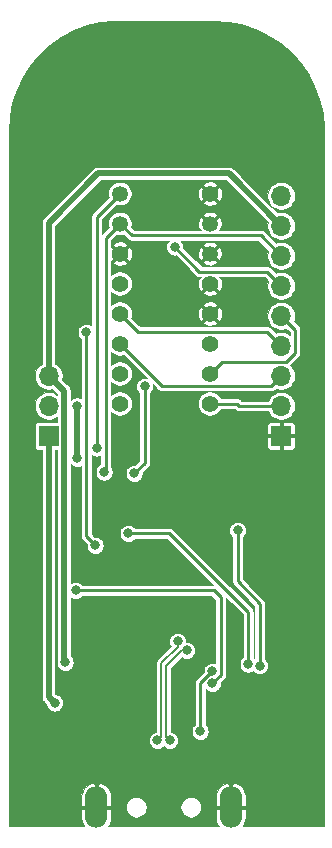
<source format=gbr>
%TF.GenerationSoftware,KiCad,Pcbnew,(5.1.8)-1*%
%TF.CreationDate,2021-02-26T23:13:32+01:00*%
%TF.ProjectId,CH341Apro,43483334-3141-4707-926f-2e6b69636164,rev?*%
%TF.SameCoordinates,Original*%
%TF.FileFunction,Copper,L2,Bot*%
%TF.FilePolarity,Positive*%
%FSLAX46Y46*%
G04 Gerber Fmt 4.6, Leading zero omitted, Abs format (unit mm)*
G04 Created by KiCad (PCBNEW (5.1.8)-1) date 2021-02-26 23:13:32*
%MOMM*%
%LPD*%
G01*
G04 APERTURE LIST*
%TA.AperFunction,ComponentPad*%
%ADD10R,1.700000X1.700000*%
%TD*%
%TA.AperFunction,ComponentPad*%
%ADD11O,1.700000X1.700000*%
%TD*%
%TA.AperFunction,ComponentPad*%
%ADD12C,1.400000*%
%TD*%
%TA.AperFunction,ComponentPad*%
%ADD13C,1.350000*%
%TD*%
%TA.AperFunction,ComponentPad*%
%ADD14O,1.900000X3.500000*%
%TD*%
%TA.AperFunction,ViaPad*%
%ADD15C,0.800000*%
%TD*%
%TA.AperFunction,Conductor*%
%ADD16C,0.500000*%
%TD*%
%TA.AperFunction,Conductor*%
%ADD17C,0.250000*%
%TD*%
%TA.AperFunction,Conductor*%
%ADD18C,0.200000*%
%TD*%
%TA.AperFunction,Conductor*%
%ADD19C,0.060000*%
%TD*%
%TA.AperFunction,Conductor*%
%ADD20C,0.100000*%
%TD*%
G04 APERTURE END LIST*
D10*
%TO.P,J5,1*%
%TO.N,/5V*%
X94996000Y-80518000D03*
D11*
%TO.P,J5,2*%
%TO.N,/VCC*%
X94996000Y-77978000D03*
%TO.P,J5,3*%
%TO.N,/3V3*%
X94996000Y-75438000D03*
%TD*%
D12*
%TO.P,J3,9*%
%TO.N,/CS*%
X108648500Y-77787500D03*
%TO.P,J3,8*%
%TO.N,/VCC*%
X101028500Y-77787500D03*
%TO.P,J3,10*%
%TO.N,/MISO*%
X108648500Y-75247500D03*
%TO.P,J3,7*%
%TO.N,/VCC*%
X101028500Y-75247500D03*
%TO.P,J3,11*%
X108648500Y-72707500D03*
%TO.P,J3,6*%
%TO.N,/CLK*%
X101028500Y-72707500D03*
%TO.P,J3,12*%
%TO.N,Earth*%
X108648500Y-70167500D03*
%TO.P,J3,5*%
%TO.N,/MOSI*%
X101028500Y-70167500D03*
%TO.P,J3,13*%
%TO.N,Earth*%
X108648500Y-67627500D03*
%TO.P,J3,4*%
%TO.N,/VCC*%
X101028500Y-67627500D03*
D13*
%TO.P,J3,14*%
%TO.N,Earth*%
X108648500Y-65087500D03*
D12*
%TO.P,J3,3*%
X101028500Y-65087500D03*
D13*
%TO.P,J3,15*%
X108648500Y-62547500D03*
%TO.P,J3,2*%
%TO.N,/SCL*%
X101028500Y-62547500D03*
D12*
%TO.P,J3,16*%
%TO.N,Earth*%
X108648500Y-60007500D03*
D13*
%TO.P,J3,1*%
%TO.N,/SDA*%
X101028500Y-60007500D03*
%TD*%
D10*
%TO.P,J4,1*%
%TO.N,Earth*%
X114681000Y-80518000D03*
D11*
%TO.P,J4,2*%
%TO.N,/CS*%
X114681000Y-77978000D03*
%TO.P,J4,3*%
%TO.N,/CLK*%
X114681000Y-75438000D03*
%TO.P,J4,4*%
%TO.N,/MOSI*%
X114681000Y-72898000D03*
%TO.P,J4,5*%
%TO.N,/MISO*%
X114681000Y-70358000D03*
%TO.P,J4,6*%
%TO.N,/SDA*%
X114681000Y-67818000D03*
%TO.P,J4,7*%
%TO.N,/SCL*%
X114681000Y-65278000D03*
%TO.P,J4,8*%
%TO.N,/3V3*%
X114681000Y-62738000D03*
%TO.P,J4,9*%
%TO.N,/5V*%
X114681000Y-60198000D03*
%TD*%
D14*
%TO.P,J1,5*%
%TO.N,Earth*%
X110426500Y-111950500D03*
X99026500Y-111950500D03*
%TD*%
D15*
%TO.N,Earth*%
X112524200Y-46719000D03*
X114524200Y-47969000D03*
X116024200Y-49469000D03*
X117024200Y-51219000D03*
X97524200Y-46719000D03*
X93024200Y-51219000D03*
X95774200Y-47719000D03*
X94274200Y-49219000D03*
X110248700Y-46037500D03*
X107705700Y-46037500D03*
X105705700Y-46037500D03*
X103705700Y-46037500D03*
X101705700Y-46037500D03*
X99705700Y-46037500D03*
X108712000Y-103378000D03*
X105410000Y-68580000D03*
X105410000Y-55245000D03*
X102743000Y-99695000D03*
X117638724Y-92104476D03*
X92138724Y-104354476D03*
X92138724Y-96354476D03*
X117638724Y-110104476D03*
X117638724Y-112104476D03*
X92138724Y-64354476D03*
X92138724Y-68354476D03*
X117638724Y-68104476D03*
X92138724Y-92354476D03*
X92138724Y-60354476D03*
X117638724Y-104104476D03*
X117614700Y-94128500D03*
X117638724Y-100104476D03*
X117638724Y-86104476D03*
X92138724Y-66354476D03*
X117638724Y-66104476D03*
X92138724Y-98354476D03*
X117638724Y-62104476D03*
X117638724Y-78104476D03*
X92138724Y-106354476D03*
X117638724Y-70104476D03*
X117638724Y-82104476D03*
X92138724Y-100354476D03*
X92138724Y-112354476D03*
X117638724Y-90104476D03*
X92114700Y-84378500D03*
X117638724Y-108104476D03*
X92138724Y-62354476D03*
X92138724Y-74354476D03*
X92138724Y-86354476D03*
X117614700Y-84128500D03*
X117638724Y-64104476D03*
X117638724Y-80104476D03*
X92138724Y-110354476D03*
X92138724Y-88354476D03*
X92138724Y-72354476D03*
X92138724Y-90354476D03*
X92138724Y-56354476D03*
X92138724Y-58354476D03*
X92138724Y-76354476D03*
X92138724Y-54354476D03*
X92138724Y-78354476D03*
X92138724Y-80354476D03*
X117638724Y-102104476D03*
X92114700Y-94378500D03*
X92138724Y-70354476D03*
X117638724Y-58104476D03*
X117638724Y-106104476D03*
X117638724Y-76104476D03*
X117638724Y-72104476D03*
X117638724Y-60104476D03*
X117638724Y-96104476D03*
X117638724Y-56104476D03*
X117638724Y-74104476D03*
X92138724Y-108354476D03*
X92138724Y-82354476D03*
X117638724Y-88104476D03*
X92138724Y-102354476D03*
X117638724Y-98104476D03*
X117638724Y-53427524D03*
X95250000Y-56388000D03*
%TO.N,/3V3*%
X96393000Y-99695000D03*
%TO.N,/5V*%
X95504000Y-103124000D03*
%TO.N,Net-(D1-Pad2)*%
X107823000Y-105537000D03*
X108839000Y-100457000D03*
%TO.N,/SCL*%
X99695000Y-83566000D03*
%TO.N,/SDA*%
X105664000Y-64516000D03*
X111887000Y-99822000D03*
X101727000Y-88773000D03*
X99060000Y-81534000D03*
%TO.N,/CS*%
X112873396Y-99986399D03*
X110998000Y-88519000D03*
%TO.N,/MISO*%
X102235000Y-83693000D03*
X103124000Y-76327000D03*
%TO.N,/MOSI*%
X98933000Y-89789000D03*
X98171000Y-71755000D03*
%TO.N,Net-(RN1-Pad4)*%
X97282000Y-93599000D03*
X108851651Y-101469654D03*
%TO.N,/VCC*%
X97409000Y-82423000D03*
X97409000Y-77978000D03*
%TO.N,/USB_P*%
X104201500Y-106299000D03*
X105927768Y-97926768D03*
%TO.N,/USB_N*%
X105251500Y-106299000D03*
X106670232Y-98669232D03*
%TD*%
D16*
%TO.N,/3V3*%
X94996000Y-62484000D02*
X94996000Y-75438000D01*
X99187000Y-58293000D02*
X94996000Y-62484000D01*
X110236000Y-58293000D02*
X99187000Y-58293000D01*
X114681000Y-62738000D02*
X110236000Y-58293000D01*
X96296001Y-76738001D02*
X96296001Y-99598001D01*
X96296001Y-99598001D02*
X96393000Y-99695000D01*
X94996000Y-75438000D02*
X96296001Y-76738001D01*
%TO.N,/5V*%
X94996000Y-102616000D02*
X95504000Y-103124000D01*
X94996000Y-80518000D02*
X94996000Y-102616000D01*
D17*
%TO.N,Net-(D1-Pad2)*%
X107823000Y-101473000D02*
X108839000Y-100457000D01*
X107823000Y-105537000D02*
X107823000Y-101473000D01*
%TO.N,/SCL*%
X102028501Y-63547501D02*
X101028500Y-62547500D01*
X112950501Y-63547501D02*
X102028501Y-63547501D01*
X114681000Y-65278000D02*
X112950501Y-63547501D01*
X99695000Y-83566000D02*
X99822000Y-83439000D01*
X99822000Y-63754000D02*
X101028500Y-62547500D01*
X99822000Y-83439000D02*
X99822000Y-63754000D01*
%TO.N,/SDA*%
X107750499Y-66602499D02*
X105664000Y-64516000D01*
X113465499Y-66602499D02*
X107750499Y-66602499D01*
X114681000Y-67818000D02*
X113465499Y-66602499D01*
X111887000Y-95446998D02*
X105213002Y-88773000D01*
X105213002Y-88773000D02*
X101727000Y-88773000D01*
X111887000Y-99822000D02*
X111887000Y-95446998D01*
X99060000Y-81534000D02*
X99060000Y-61976000D01*
X99060000Y-61976000D02*
X101028500Y-60007500D01*
%TO.N,/CS*%
X114681000Y-77978000D02*
X111125000Y-77978000D01*
X110934500Y-77787500D02*
X108648500Y-77787500D01*
X111125000Y-77978000D02*
X110934500Y-77787500D01*
X112873396Y-99986399D02*
X112873396Y-94712396D01*
X110998000Y-92837000D02*
X110998000Y-88519000D01*
X112873396Y-94712396D02*
X110998000Y-92837000D01*
%TO.N,/MISO*%
X115856001Y-71533001D02*
X114681000Y-70358000D01*
X115856001Y-73462001D02*
X115856001Y-71533001D01*
X115055003Y-74262999D02*
X115856001Y-73462001D01*
X109633001Y-74262999D02*
X115055003Y-74262999D01*
X108648500Y-75247500D02*
X109633001Y-74262999D01*
X103124000Y-82804000D02*
X103124000Y-76327000D01*
X102235000Y-83693000D02*
X103124000Y-82804000D01*
%TO.N,/CLK*%
X104608999Y-76287999D02*
X101028500Y-72707500D01*
X113831001Y-76287999D02*
X104608999Y-76287999D01*
X114681000Y-75438000D02*
X113831001Y-76287999D01*
%TO.N,/MOSI*%
X102543499Y-71682499D02*
X101028500Y-70167500D01*
X113465499Y-71682499D02*
X102543499Y-71682499D01*
X114681000Y-72898000D02*
X113465499Y-71682499D01*
X98171000Y-89027000D02*
X98171000Y-71755000D01*
X98933000Y-89789000D02*
X98171000Y-89027000D01*
%TO.N,Net-(RN1-Pad4)*%
X109564001Y-100757304D02*
X108851651Y-101469654D01*
X109564001Y-94197001D02*
X109564001Y-100757304D01*
X108966000Y-93599000D02*
X109564001Y-94197001D01*
X108966000Y-93599000D02*
X97282000Y-93599000D01*
D16*
%TO.N,/VCC*%
X97409000Y-82423000D02*
X97409000Y-77978000D01*
D18*
%TO.N,/USB_P*%
X105927768Y-98351033D02*
X105927768Y-97926768D01*
X104501500Y-105999000D02*
X104501500Y-99777301D01*
X104201500Y-106299000D02*
X104501500Y-105999000D01*
X104501500Y-99777301D02*
X105927768Y-98351033D01*
%TO.N,/USB_N*%
X106245967Y-98669232D02*
X106670232Y-98669232D01*
X104951500Y-99963699D02*
X106245967Y-98669232D01*
X104951500Y-105999000D02*
X104951500Y-99963699D01*
X105251500Y-106299000D02*
X104951500Y-105999000D01*
%TD*%
D19*
%TO.N,Earth*%
X101462701Y-45362927D02*
X101463438Y-45363000D01*
X108944903Y-45363000D01*
X110147231Y-45439697D01*
X111317385Y-45666093D01*
X112449281Y-46039336D01*
X113524584Y-46553381D01*
X114525855Y-47199894D01*
X115436852Y-47968385D01*
X116242820Y-48846406D01*
X116930688Y-49819715D01*
X117489313Y-50872552D01*
X117909630Y-51987826D01*
X118184827Y-53147475D01*
X118310805Y-54336097D01*
X118306498Y-55208983D01*
X118306406Y-55209919D01*
X118289319Y-113514000D01*
X111455466Y-113514000D01*
X111563143Y-113351200D01*
X111658494Y-113117910D01*
X111706500Y-112870500D01*
X111706500Y-112070500D01*
X110546500Y-112070500D01*
X110546500Y-112090500D01*
X110306500Y-112090500D01*
X110306500Y-112070500D01*
X109146500Y-112070500D01*
X109146500Y-112870500D01*
X109194506Y-113117910D01*
X109289857Y-113351200D01*
X109397534Y-113514000D01*
X100055466Y-113514000D01*
X100163143Y-113351200D01*
X100258494Y-113117910D01*
X100306500Y-112870500D01*
X100306500Y-112070500D01*
X99146500Y-112070500D01*
X99146500Y-112090500D01*
X98906500Y-112090500D01*
X98906500Y-112070500D01*
X97746500Y-112070500D01*
X97746500Y-112870500D01*
X97794506Y-113117910D01*
X97889857Y-113351200D01*
X97997534Y-113514000D01*
X91599318Y-113514000D01*
X91599798Y-111863828D01*
X101546500Y-111863828D01*
X101546500Y-112037172D01*
X101580318Y-112207187D01*
X101646654Y-112367336D01*
X101742959Y-112511467D01*
X101865533Y-112634041D01*
X102009664Y-112730346D01*
X102169813Y-112796682D01*
X102339828Y-112830500D01*
X102513172Y-112830500D01*
X102683187Y-112796682D01*
X102843336Y-112730346D01*
X102987467Y-112634041D01*
X103110041Y-112511467D01*
X103206346Y-112367336D01*
X103272682Y-112207187D01*
X103306500Y-112037172D01*
X103306500Y-111863828D01*
X106146500Y-111863828D01*
X106146500Y-112037172D01*
X106180318Y-112207187D01*
X106246654Y-112367336D01*
X106342959Y-112511467D01*
X106465533Y-112634041D01*
X106609664Y-112730346D01*
X106769813Y-112796682D01*
X106939828Y-112830500D01*
X107113172Y-112830500D01*
X107283187Y-112796682D01*
X107443336Y-112730346D01*
X107587467Y-112634041D01*
X107710041Y-112511467D01*
X107806346Y-112367336D01*
X107872682Y-112207187D01*
X107906500Y-112037172D01*
X107906500Y-111863828D01*
X107872682Y-111693813D01*
X107806346Y-111533664D01*
X107710041Y-111389533D01*
X107587467Y-111266959D01*
X107443336Y-111170654D01*
X107283187Y-111104318D01*
X107113172Y-111070500D01*
X106939828Y-111070500D01*
X106769813Y-111104318D01*
X106609664Y-111170654D01*
X106465533Y-111266959D01*
X106342959Y-111389533D01*
X106246654Y-111533664D01*
X106180318Y-111693813D01*
X106146500Y-111863828D01*
X103306500Y-111863828D01*
X103272682Y-111693813D01*
X103206346Y-111533664D01*
X103110041Y-111389533D01*
X102987467Y-111266959D01*
X102843336Y-111170654D01*
X102683187Y-111104318D01*
X102513172Y-111070500D01*
X102339828Y-111070500D01*
X102169813Y-111104318D01*
X102009664Y-111170654D01*
X101865533Y-111266959D01*
X101742959Y-111389533D01*
X101646654Y-111533664D01*
X101580318Y-111693813D01*
X101546500Y-111863828D01*
X91599798Y-111863828D01*
X91600041Y-111030500D01*
X97746500Y-111030500D01*
X97746500Y-111830500D01*
X98906500Y-111830500D01*
X98906500Y-109959028D01*
X99146500Y-109959028D01*
X99146500Y-111830500D01*
X100306500Y-111830500D01*
X100306500Y-111030500D01*
X109146500Y-111030500D01*
X109146500Y-111830500D01*
X110306500Y-111830500D01*
X110306500Y-109959028D01*
X110546500Y-109959028D01*
X110546500Y-111830500D01*
X111706500Y-111830500D01*
X111706500Y-111030500D01*
X111658494Y-110783090D01*
X111563143Y-110549800D01*
X111424112Y-110339594D01*
X111246743Y-110160551D01*
X111037853Y-110019551D01*
X110805469Y-109922013D01*
X110744377Y-109910599D01*
X110546500Y-109959028D01*
X110306500Y-109959028D01*
X110108623Y-109910599D01*
X110047531Y-109922013D01*
X109815147Y-110019551D01*
X109606257Y-110160551D01*
X109428888Y-110339594D01*
X109289857Y-110549800D01*
X109194506Y-110783090D01*
X109146500Y-111030500D01*
X100306500Y-111030500D01*
X100258494Y-110783090D01*
X100163143Y-110549800D01*
X100024112Y-110339594D01*
X99846743Y-110160551D01*
X99637853Y-110019551D01*
X99405469Y-109922013D01*
X99344377Y-109910599D01*
X99146500Y-109959028D01*
X98906500Y-109959028D01*
X98708623Y-109910599D01*
X98647531Y-109922013D01*
X98415147Y-110019551D01*
X98206257Y-110160551D01*
X98028888Y-110339594D01*
X97889857Y-110549800D01*
X97794506Y-110783090D01*
X97746500Y-111030500D01*
X91600041Y-111030500D01*
X91601439Y-106227101D01*
X103471500Y-106227101D01*
X103471500Y-106370899D01*
X103499554Y-106511933D01*
X103554583Y-106644785D01*
X103634472Y-106764348D01*
X103736152Y-106866028D01*
X103855715Y-106945917D01*
X103988567Y-107000946D01*
X104129601Y-107029000D01*
X104273399Y-107029000D01*
X104414433Y-107000946D01*
X104547285Y-106945917D01*
X104666848Y-106866028D01*
X104726500Y-106806376D01*
X104786152Y-106866028D01*
X104905715Y-106945917D01*
X105038567Y-107000946D01*
X105179601Y-107029000D01*
X105323399Y-107029000D01*
X105464433Y-107000946D01*
X105597285Y-106945917D01*
X105716848Y-106866028D01*
X105818528Y-106764348D01*
X105898417Y-106644785D01*
X105953446Y-106511933D01*
X105981500Y-106370899D01*
X105981500Y-106227101D01*
X105953446Y-106086067D01*
X105898417Y-105953215D01*
X105818528Y-105833652D01*
X105716848Y-105731972D01*
X105597285Y-105652083D01*
X105464433Y-105597054D01*
X105381500Y-105580557D01*
X105381500Y-100141810D01*
X106254139Y-99269171D01*
X106324447Y-99316149D01*
X106457299Y-99371178D01*
X106598333Y-99399232D01*
X106742131Y-99399232D01*
X106883165Y-99371178D01*
X107016017Y-99316149D01*
X107135580Y-99236260D01*
X107237260Y-99134580D01*
X107317149Y-99015017D01*
X107372178Y-98882165D01*
X107400232Y-98741131D01*
X107400232Y-98597333D01*
X107372178Y-98456299D01*
X107317149Y-98323447D01*
X107237260Y-98203884D01*
X107135580Y-98102204D01*
X107016017Y-98022315D01*
X106883165Y-97967286D01*
X106742131Y-97939232D01*
X106657768Y-97939232D01*
X106657768Y-97854869D01*
X106629714Y-97713835D01*
X106574685Y-97580983D01*
X106494796Y-97461420D01*
X106393116Y-97359740D01*
X106273553Y-97279851D01*
X106140701Y-97224822D01*
X105999667Y-97196768D01*
X105855869Y-97196768D01*
X105714835Y-97224822D01*
X105581983Y-97279851D01*
X105462420Y-97359740D01*
X105360740Y-97461420D01*
X105280851Y-97580983D01*
X105225822Y-97713835D01*
X105197768Y-97854869D01*
X105197768Y-97998667D01*
X105225822Y-98139701D01*
X105280851Y-98272553D01*
X105327829Y-98342861D01*
X104212379Y-99458311D01*
X104195974Y-99471774D01*
X104182511Y-99488179D01*
X104142239Y-99537251D01*
X104102310Y-99611952D01*
X104093616Y-99640614D01*
X104083314Y-99674577D01*
X104077723Y-99693007D01*
X104069420Y-99777301D01*
X104071501Y-99798428D01*
X104071500Y-105580557D01*
X103988567Y-105597054D01*
X103855715Y-105652083D01*
X103736152Y-105731972D01*
X103634472Y-105833652D01*
X103554583Y-105953215D01*
X103499554Y-106086067D01*
X103471500Y-106227101D01*
X91601439Y-106227101D01*
X91609173Y-79668000D01*
X93814404Y-79668000D01*
X93814404Y-81368000D01*
X93820776Y-81432691D01*
X93839645Y-81494896D01*
X93870288Y-81552225D01*
X93911526Y-81602474D01*
X93961775Y-81643712D01*
X94019104Y-81674355D01*
X94081309Y-81693224D01*
X94146000Y-81699596D01*
X94416000Y-81699596D01*
X94416001Y-102587509D01*
X94413195Y-102616000D01*
X94416001Y-102644491D01*
X94424393Y-102729700D01*
X94439110Y-102778215D01*
X94457558Y-102839030D01*
X94511415Y-102939789D01*
X94565732Y-103005975D01*
X94565735Y-103005978D01*
X94583895Y-103028106D01*
X94606022Y-103046265D01*
X94778555Y-103218798D01*
X94802054Y-103336933D01*
X94857083Y-103469785D01*
X94936972Y-103589348D01*
X95038652Y-103691028D01*
X95158215Y-103770917D01*
X95291067Y-103825946D01*
X95432101Y-103854000D01*
X95575899Y-103854000D01*
X95716933Y-103825946D01*
X95849785Y-103770917D01*
X95969348Y-103691028D01*
X96071028Y-103589348D01*
X96150917Y-103469785D01*
X96205946Y-103336933D01*
X96234000Y-103195899D01*
X96234000Y-103052101D01*
X96205946Y-102911067D01*
X96150917Y-102778215D01*
X96071028Y-102658652D01*
X95969348Y-102556972D01*
X95849785Y-102477083D01*
X95716933Y-102422054D01*
X95598798Y-102398555D01*
X95576000Y-102375757D01*
X95576000Y-81699596D01*
X95716001Y-81699596D01*
X95716002Y-99421837D01*
X95691054Y-99482067D01*
X95663000Y-99623101D01*
X95663000Y-99766899D01*
X95691054Y-99907933D01*
X95746083Y-100040785D01*
X95825972Y-100160348D01*
X95927652Y-100262028D01*
X96047215Y-100341917D01*
X96180067Y-100396946D01*
X96321101Y-100425000D01*
X96464899Y-100425000D01*
X96605933Y-100396946D01*
X96738785Y-100341917D01*
X96858348Y-100262028D01*
X96960028Y-100160348D01*
X97039917Y-100040785D01*
X97094946Y-99907933D01*
X97123000Y-99766899D01*
X97123000Y-99623101D01*
X97094946Y-99482067D01*
X97039917Y-99349215D01*
X96960028Y-99229652D01*
X96876001Y-99145625D01*
X96876001Y-94205684D01*
X96936215Y-94245917D01*
X97069067Y-94300946D01*
X97210101Y-94329000D01*
X97353899Y-94329000D01*
X97494933Y-94300946D01*
X97627785Y-94245917D01*
X97747348Y-94166028D01*
X97849028Y-94064348D01*
X97855942Y-94054000D01*
X108777534Y-94054000D01*
X109109001Y-94385468D01*
X109109002Y-99778693D01*
X109051933Y-99755054D01*
X108910899Y-99727000D01*
X108767101Y-99727000D01*
X108626067Y-99755054D01*
X108493215Y-99810083D01*
X108373652Y-99889972D01*
X108271972Y-99991652D01*
X108192083Y-100111215D01*
X108137054Y-100244067D01*
X108109000Y-100385101D01*
X108109000Y-100528899D01*
X108111428Y-100541105D01*
X107517071Y-101135463D01*
X107499711Y-101149710D01*
X107469108Y-101187000D01*
X107442852Y-101218993D01*
X107400602Y-101298037D01*
X107374584Y-101383805D01*
X107365799Y-101473000D01*
X107368001Y-101495357D01*
X107368000Y-104963058D01*
X107357652Y-104969972D01*
X107255972Y-105071652D01*
X107176083Y-105191215D01*
X107121054Y-105324067D01*
X107093000Y-105465101D01*
X107093000Y-105608899D01*
X107121054Y-105749933D01*
X107176083Y-105882785D01*
X107255972Y-106002348D01*
X107357652Y-106104028D01*
X107477215Y-106183917D01*
X107610067Y-106238946D01*
X107751101Y-106267000D01*
X107894899Y-106267000D01*
X108035933Y-106238946D01*
X108168785Y-106183917D01*
X108288348Y-106104028D01*
X108390028Y-106002348D01*
X108469917Y-105882785D01*
X108524946Y-105749933D01*
X108553000Y-105608899D01*
X108553000Y-105465101D01*
X108524946Y-105324067D01*
X108469917Y-105191215D01*
X108390028Y-105071652D01*
X108288348Y-104969972D01*
X108278000Y-104963058D01*
X108278000Y-101925090D01*
X108284623Y-101935002D01*
X108386303Y-102036682D01*
X108505866Y-102116571D01*
X108638718Y-102171600D01*
X108779752Y-102199654D01*
X108923550Y-102199654D01*
X109064584Y-102171600D01*
X109197436Y-102116571D01*
X109316999Y-102036682D01*
X109418679Y-101935002D01*
X109498568Y-101815439D01*
X109553597Y-101682587D01*
X109581651Y-101541553D01*
X109581651Y-101397755D01*
X109579223Y-101385549D01*
X109869931Y-101094841D01*
X109887291Y-101080594D01*
X109944150Y-101011311D01*
X109986400Y-100932267D01*
X110012417Y-100846499D01*
X110019001Y-100779651D01*
X110019001Y-100779649D01*
X110021202Y-100757305D01*
X110019001Y-100734960D01*
X110019001Y-94222466D01*
X111432001Y-95635466D01*
X111432000Y-99248058D01*
X111421652Y-99254972D01*
X111319972Y-99356652D01*
X111240083Y-99476215D01*
X111185054Y-99609067D01*
X111157000Y-99750101D01*
X111157000Y-99893899D01*
X111185054Y-100034933D01*
X111240083Y-100167785D01*
X111319972Y-100287348D01*
X111421652Y-100389028D01*
X111541215Y-100468917D01*
X111674067Y-100523946D01*
X111815101Y-100552000D01*
X111958899Y-100552000D01*
X112099933Y-100523946D01*
X112232785Y-100468917D01*
X112291588Y-100429627D01*
X112306368Y-100451747D01*
X112408048Y-100553427D01*
X112527611Y-100633316D01*
X112660463Y-100688345D01*
X112801497Y-100716399D01*
X112945295Y-100716399D01*
X113086329Y-100688345D01*
X113219181Y-100633316D01*
X113338744Y-100553427D01*
X113440424Y-100451747D01*
X113520313Y-100332184D01*
X113575342Y-100199332D01*
X113603396Y-100058298D01*
X113603396Y-99914500D01*
X113575342Y-99773466D01*
X113520313Y-99640614D01*
X113440424Y-99521051D01*
X113338744Y-99419371D01*
X113328396Y-99412457D01*
X113328396Y-94734732D01*
X113330596Y-94712395D01*
X113328396Y-94690058D01*
X113328396Y-94690049D01*
X113321812Y-94623201D01*
X113295795Y-94537433D01*
X113253545Y-94458389D01*
X113196686Y-94389106D01*
X113179326Y-94374859D01*
X111453000Y-92648534D01*
X111453000Y-89092942D01*
X111463348Y-89086028D01*
X111565028Y-88984348D01*
X111644917Y-88864785D01*
X111699946Y-88731933D01*
X111728000Y-88590899D01*
X111728000Y-88447101D01*
X111699946Y-88306067D01*
X111644917Y-88173215D01*
X111565028Y-88053652D01*
X111463348Y-87951972D01*
X111343785Y-87872083D01*
X111210933Y-87817054D01*
X111069899Y-87789000D01*
X110926101Y-87789000D01*
X110785067Y-87817054D01*
X110652215Y-87872083D01*
X110532652Y-87951972D01*
X110430972Y-88053652D01*
X110351083Y-88173215D01*
X110296054Y-88306067D01*
X110268000Y-88447101D01*
X110268000Y-88590899D01*
X110296054Y-88731933D01*
X110351083Y-88864785D01*
X110430972Y-88984348D01*
X110532652Y-89086028D01*
X110543001Y-89092943D01*
X110543000Y-92814653D01*
X110540799Y-92837000D01*
X110543000Y-92859346D01*
X110549584Y-92926194D01*
X110575601Y-93011962D01*
X110617851Y-93091006D01*
X110674710Y-93160290D01*
X110692075Y-93174541D01*
X112418397Y-94900864D01*
X112418396Y-99321020D01*
X112352348Y-99254972D01*
X112342000Y-99248058D01*
X112342000Y-95469334D01*
X112344200Y-95446997D01*
X112342000Y-95424660D01*
X112342000Y-95424651D01*
X112335416Y-95357803D01*
X112309399Y-95272035D01*
X112267149Y-95192991D01*
X112210290Y-95123708D01*
X112192930Y-95109461D01*
X105550543Y-88467075D01*
X105536292Y-88449710D01*
X105467009Y-88392851D01*
X105387965Y-88350601D01*
X105302197Y-88324584D01*
X105235349Y-88318000D01*
X105213002Y-88315799D01*
X105190655Y-88318000D01*
X102300942Y-88318000D01*
X102294028Y-88307652D01*
X102192348Y-88205972D01*
X102072785Y-88126083D01*
X101939933Y-88071054D01*
X101798899Y-88043000D01*
X101655101Y-88043000D01*
X101514067Y-88071054D01*
X101381215Y-88126083D01*
X101261652Y-88205972D01*
X101159972Y-88307652D01*
X101080083Y-88427215D01*
X101025054Y-88560067D01*
X100997000Y-88701101D01*
X100997000Y-88844899D01*
X101025054Y-88985933D01*
X101080083Y-89118785D01*
X101159972Y-89238348D01*
X101261652Y-89340028D01*
X101381215Y-89419917D01*
X101514067Y-89474946D01*
X101655101Y-89503000D01*
X101798899Y-89503000D01*
X101939933Y-89474946D01*
X102072785Y-89419917D01*
X102192348Y-89340028D01*
X102294028Y-89238348D01*
X102300942Y-89228000D01*
X105024536Y-89228000D01*
X108940535Y-93144000D01*
X97855942Y-93144000D01*
X97849028Y-93133652D01*
X97747348Y-93031972D01*
X97627785Y-92952083D01*
X97494933Y-92897054D01*
X97353899Y-92869000D01*
X97210101Y-92869000D01*
X97069067Y-92897054D01*
X96936215Y-92952083D01*
X96876001Y-92992316D01*
X96876001Y-82922377D01*
X96943652Y-82990028D01*
X97063215Y-83069917D01*
X97196067Y-83124946D01*
X97337101Y-83153000D01*
X97480899Y-83153000D01*
X97621933Y-83124946D01*
X97716000Y-83085982D01*
X97716000Y-89004653D01*
X97713799Y-89027000D01*
X97716000Y-89049346D01*
X97722584Y-89116194D01*
X97748601Y-89201962D01*
X97790851Y-89281006D01*
X97847710Y-89350290D01*
X97865075Y-89364541D01*
X98205428Y-89704895D01*
X98203000Y-89717101D01*
X98203000Y-89860899D01*
X98231054Y-90001933D01*
X98286083Y-90134785D01*
X98365972Y-90254348D01*
X98467652Y-90356028D01*
X98587215Y-90435917D01*
X98720067Y-90490946D01*
X98861101Y-90519000D01*
X99004899Y-90519000D01*
X99145933Y-90490946D01*
X99278785Y-90435917D01*
X99398348Y-90356028D01*
X99500028Y-90254348D01*
X99579917Y-90134785D01*
X99634946Y-90001933D01*
X99663000Y-89860899D01*
X99663000Y-89717101D01*
X99634946Y-89576067D01*
X99579917Y-89443215D01*
X99500028Y-89323652D01*
X99398348Y-89221972D01*
X99278785Y-89142083D01*
X99145933Y-89087054D01*
X99004899Y-89059000D01*
X98861101Y-89059000D01*
X98848895Y-89061428D01*
X98626000Y-88838534D01*
X98626000Y-82121974D01*
X98714215Y-82180917D01*
X98847067Y-82235946D01*
X98988101Y-82264000D01*
X99131899Y-82264000D01*
X99272933Y-82235946D01*
X99367000Y-82196982D01*
X99367000Y-82911716D01*
X99349215Y-82919083D01*
X99229652Y-82998972D01*
X99127972Y-83100652D01*
X99048083Y-83220215D01*
X98993054Y-83353067D01*
X98965000Y-83494101D01*
X98965000Y-83637899D01*
X98993054Y-83778933D01*
X99048083Y-83911785D01*
X99127972Y-84031348D01*
X99229652Y-84133028D01*
X99349215Y-84212917D01*
X99482067Y-84267946D01*
X99623101Y-84296000D01*
X99766899Y-84296000D01*
X99907933Y-84267946D01*
X100040785Y-84212917D01*
X100160348Y-84133028D01*
X100262028Y-84031348D01*
X100341917Y-83911785D01*
X100396946Y-83778933D01*
X100425000Y-83637899D01*
X100425000Y-83494101D01*
X100396946Y-83353067D01*
X100341917Y-83220215D01*
X100277000Y-83123059D01*
X100277000Y-78492640D01*
X100371913Y-78587553D01*
X100540612Y-78700274D01*
X100728060Y-78777918D01*
X100927054Y-78817500D01*
X101129946Y-78817500D01*
X101328940Y-78777918D01*
X101516388Y-78700274D01*
X101685087Y-78587553D01*
X101828553Y-78444087D01*
X101941274Y-78275388D01*
X102018918Y-78087940D01*
X102058500Y-77888946D01*
X102058500Y-77686054D01*
X102018918Y-77487060D01*
X101941274Y-77299612D01*
X101828553Y-77130913D01*
X101685087Y-76987447D01*
X101516388Y-76874726D01*
X101328940Y-76797082D01*
X101129946Y-76757500D01*
X100927054Y-76757500D01*
X100728060Y-76797082D01*
X100540612Y-76874726D01*
X100371913Y-76987447D01*
X100277000Y-77082360D01*
X100277000Y-75952640D01*
X100371913Y-76047553D01*
X100540612Y-76160274D01*
X100728060Y-76237918D01*
X100927054Y-76277500D01*
X101129946Y-76277500D01*
X101328940Y-76237918D01*
X101516388Y-76160274D01*
X101685087Y-76047553D01*
X101828553Y-75904087D01*
X101941274Y-75735388D01*
X102018918Y-75547940D01*
X102058500Y-75348946D01*
X102058500Y-75146054D01*
X102018918Y-74947060D01*
X101941274Y-74759612D01*
X101828553Y-74590913D01*
X101685087Y-74447447D01*
X101516388Y-74334726D01*
X101328940Y-74257082D01*
X101129946Y-74217500D01*
X100927054Y-74217500D01*
X100728060Y-74257082D01*
X100540612Y-74334726D01*
X100371913Y-74447447D01*
X100277000Y-74542360D01*
X100277000Y-73412640D01*
X100371913Y-73507553D01*
X100540612Y-73620274D01*
X100728060Y-73697918D01*
X100927054Y-73737500D01*
X101129946Y-73737500D01*
X101328940Y-73697918D01*
X101361829Y-73684295D01*
X103294058Y-75616525D01*
X103195899Y-75597000D01*
X103052101Y-75597000D01*
X102911067Y-75625054D01*
X102778215Y-75680083D01*
X102658652Y-75759972D01*
X102556972Y-75861652D01*
X102477083Y-75981215D01*
X102422054Y-76114067D01*
X102394000Y-76255101D01*
X102394000Y-76398899D01*
X102422054Y-76539933D01*
X102477083Y-76672785D01*
X102556972Y-76792348D01*
X102658652Y-76894028D01*
X102669001Y-76900943D01*
X102669000Y-82615533D01*
X102319105Y-82965428D01*
X102306899Y-82963000D01*
X102163101Y-82963000D01*
X102022067Y-82991054D01*
X101889215Y-83046083D01*
X101769652Y-83125972D01*
X101667972Y-83227652D01*
X101588083Y-83347215D01*
X101533054Y-83480067D01*
X101505000Y-83621101D01*
X101505000Y-83764899D01*
X101533054Y-83905933D01*
X101588083Y-84038785D01*
X101667972Y-84158348D01*
X101769652Y-84260028D01*
X101889215Y-84339917D01*
X102022067Y-84394946D01*
X102163101Y-84423000D01*
X102306899Y-84423000D01*
X102447933Y-84394946D01*
X102580785Y-84339917D01*
X102700348Y-84260028D01*
X102802028Y-84158348D01*
X102881917Y-84038785D01*
X102936946Y-83905933D01*
X102965000Y-83764899D01*
X102965000Y-83621101D01*
X102962572Y-83608895D01*
X103429931Y-83141536D01*
X103447290Y-83127290D01*
X103504149Y-83058007D01*
X103546399Y-82978963D01*
X103572416Y-82893195D01*
X103579000Y-82826347D01*
X103579000Y-82826346D01*
X103581201Y-82804000D01*
X103579000Y-82781653D01*
X103579000Y-81368000D01*
X113499403Y-81368000D01*
X113505775Y-81432691D01*
X113524644Y-81494897D01*
X113555287Y-81552225D01*
X113596526Y-81602474D01*
X113646775Y-81643713D01*
X113704103Y-81674356D01*
X113766309Y-81693225D01*
X113831000Y-81699597D01*
X114478500Y-81698000D01*
X114561000Y-81615500D01*
X114561000Y-80638000D01*
X114801000Y-80638000D01*
X114801000Y-81615500D01*
X114883500Y-81698000D01*
X115531000Y-81699597D01*
X115595691Y-81693225D01*
X115657897Y-81674356D01*
X115715225Y-81643713D01*
X115765474Y-81602474D01*
X115806713Y-81552225D01*
X115837356Y-81494897D01*
X115856225Y-81432691D01*
X115862597Y-81368000D01*
X115861000Y-80720500D01*
X115778500Y-80638000D01*
X114801000Y-80638000D01*
X114561000Y-80638000D01*
X113583500Y-80638000D01*
X113501000Y-80720500D01*
X113499403Y-81368000D01*
X103579000Y-81368000D01*
X103579000Y-79668000D01*
X113499403Y-79668000D01*
X113501000Y-80315500D01*
X113583500Y-80398000D01*
X114561000Y-80398000D01*
X114561000Y-79420500D01*
X114801000Y-79420500D01*
X114801000Y-80398000D01*
X115778500Y-80398000D01*
X115861000Y-80315500D01*
X115862597Y-79668000D01*
X115856225Y-79603309D01*
X115837356Y-79541103D01*
X115806713Y-79483775D01*
X115765474Y-79433526D01*
X115715225Y-79392287D01*
X115657897Y-79361644D01*
X115595691Y-79342775D01*
X115531000Y-79336403D01*
X114883500Y-79338000D01*
X114801000Y-79420500D01*
X114561000Y-79420500D01*
X114478500Y-79338000D01*
X113831000Y-79336403D01*
X113766309Y-79342775D01*
X113704103Y-79361644D01*
X113646775Y-79392287D01*
X113596526Y-79433526D01*
X113555287Y-79483775D01*
X113524644Y-79541103D01*
X113505775Y-79603309D01*
X113499403Y-79668000D01*
X103579000Y-79668000D01*
X103579000Y-77686054D01*
X107618500Y-77686054D01*
X107618500Y-77888946D01*
X107658082Y-78087940D01*
X107735726Y-78275388D01*
X107848447Y-78444087D01*
X107991913Y-78587553D01*
X108160612Y-78700274D01*
X108348060Y-78777918D01*
X108547054Y-78817500D01*
X108749946Y-78817500D01*
X108948940Y-78777918D01*
X109136388Y-78700274D01*
X109305087Y-78587553D01*
X109448553Y-78444087D01*
X109561274Y-78275388D01*
X109574897Y-78242500D01*
X110746034Y-78242500D01*
X110787459Y-78283925D01*
X110801710Y-78301290D01*
X110870993Y-78358149D01*
X110950037Y-78400399D01*
X111009787Y-78418524D01*
X111035804Y-78426416D01*
X111125000Y-78435201D01*
X111147347Y-78433000D01*
X113592244Y-78433000D01*
X113635297Y-78536940D01*
X113764434Y-78730206D01*
X113928794Y-78894566D01*
X114122060Y-79023703D01*
X114336807Y-79112654D01*
X114564780Y-79158000D01*
X114797220Y-79158000D01*
X115025193Y-79112654D01*
X115239940Y-79023703D01*
X115433206Y-78894566D01*
X115597566Y-78730206D01*
X115726703Y-78536940D01*
X115815654Y-78322193D01*
X115861000Y-78094220D01*
X115861000Y-77861780D01*
X115815654Y-77633807D01*
X115726703Y-77419060D01*
X115597566Y-77225794D01*
X115433206Y-77061434D01*
X115239940Y-76932297D01*
X115025193Y-76843346D01*
X114797220Y-76798000D01*
X114564780Y-76798000D01*
X114336807Y-76843346D01*
X114122060Y-76932297D01*
X113928794Y-77061434D01*
X113764434Y-77225794D01*
X113635297Y-77419060D01*
X113592244Y-77523000D01*
X111313466Y-77523000D01*
X111272041Y-77481575D01*
X111257790Y-77464210D01*
X111188507Y-77407351D01*
X111109463Y-77365101D01*
X111023695Y-77339084D01*
X110956847Y-77332500D01*
X110934500Y-77330299D01*
X110912153Y-77332500D01*
X109574897Y-77332500D01*
X109561274Y-77299612D01*
X109448553Y-77130913D01*
X109305087Y-76987447D01*
X109136388Y-76874726D01*
X108948940Y-76797082D01*
X108749946Y-76757500D01*
X108547054Y-76757500D01*
X108348060Y-76797082D01*
X108160612Y-76874726D01*
X107991913Y-76987447D01*
X107848447Y-77130913D01*
X107735726Y-77299612D01*
X107658082Y-77487060D01*
X107618500Y-77686054D01*
X103579000Y-77686054D01*
X103579000Y-76900942D01*
X103589348Y-76894028D01*
X103691028Y-76792348D01*
X103770917Y-76672785D01*
X103825946Y-76539933D01*
X103854000Y-76398899D01*
X103854000Y-76255101D01*
X103834475Y-76156942D01*
X104271467Y-76593935D01*
X104285709Y-76611289D01*
X104303063Y-76625531D01*
X104303066Y-76625534D01*
X104341293Y-76656906D01*
X104354992Y-76668148D01*
X104434036Y-76710398D01*
X104519804Y-76736415D01*
X104586652Y-76742999D01*
X104586661Y-76742999D01*
X104608998Y-76745199D01*
X104631335Y-76742999D01*
X113808654Y-76742999D01*
X113831001Y-76745200D01*
X113920196Y-76736415D01*
X113920199Y-76736414D01*
X114005964Y-76710398D01*
X114085008Y-76668148D01*
X114154291Y-76611289D01*
X114168542Y-76593924D01*
X114232866Y-76529600D01*
X114336807Y-76572654D01*
X114564780Y-76618000D01*
X114797220Y-76618000D01*
X115025193Y-76572654D01*
X115239940Y-76483703D01*
X115433206Y-76354566D01*
X115597566Y-76190206D01*
X115726703Y-75996940D01*
X115815654Y-75782193D01*
X115861000Y-75554220D01*
X115861000Y-75321780D01*
X115815654Y-75093807D01*
X115726703Y-74879060D01*
X115597566Y-74685794D01*
X115436620Y-74524848D01*
X116161938Y-73799532D01*
X116179291Y-73785291D01*
X116193533Y-73767937D01*
X116193536Y-73767934D01*
X116236149Y-73716009D01*
X116236150Y-73716008D01*
X116278400Y-73636964D01*
X116304417Y-73551196D01*
X116311001Y-73484348D01*
X116311001Y-73484339D01*
X116313201Y-73462002D01*
X116311001Y-73439665D01*
X116311001Y-71555337D01*
X116313201Y-71533000D01*
X116311001Y-71510663D01*
X116311001Y-71510654D01*
X116304417Y-71443806D01*
X116278400Y-71358038D01*
X116236150Y-71278994D01*
X116199293Y-71234083D01*
X116193536Y-71227068D01*
X116193533Y-71227065D01*
X116179291Y-71209711D01*
X116161936Y-71195469D01*
X115772601Y-70806133D01*
X115815654Y-70702193D01*
X115861000Y-70474220D01*
X115861000Y-70241780D01*
X115815654Y-70013807D01*
X115726703Y-69799060D01*
X115597566Y-69605794D01*
X115433206Y-69441434D01*
X115239940Y-69312297D01*
X115025193Y-69223346D01*
X114797220Y-69178000D01*
X114564780Y-69178000D01*
X114336807Y-69223346D01*
X114122060Y-69312297D01*
X113928794Y-69441434D01*
X113764434Y-69605794D01*
X113635297Y-69799060D01*
X113546346Y-70013807D01*
X113501000Y-70241780D01*
X113501000Y-70474220D01*
X113546346Y-70702193D01*
X113635297Y-70916940D01*
X113764434Y-71110206D01*
X113928794Y-71274566D01*
X114122060Y-71403703D01*
X114336807Y-71492654D01*
X114564780Y-71538000D01*
X114797220Y-71538000D01*
X115025193Y-71492654D01*
X115129133Y-71449601D01*
X115401002Y-71721470D01*
X115401002Y-71959916D01*
X115239940Y-71852297D01*
X115025193Y-71763346D01*
X114797220Y-71718000D01*
X114564780Y-71718000D01*
X114336807Y-71763346D01*
X114232866Y-71806400D01*
X113803040Y-71376574D01*
X113788789Y-71359209D01*
X113719506Y-71302350D01*
X113640462Y-71260100D01*
X113554694Y-71234083D01*
X113487846Y-71227499D01*
X113465499Y-71225298D01*
X113443152Y-71227499D01*
X102731966Y-71227499D01*
X102424961Y-70920494D01*
X108065211Y-70920494D01*
X108141337Y-71069707D01*
X108327094Y-71151314D01*
X108525202Y-71195114D01*
X108728049Y-71199423D01*
X108927838Y-71164075D01*
X109116893Y-71090430D01*
X109155663Y-71069707D01*
X109231789Y-70920494D01*
X108648500Y-70337206D01*
X108065211Y-70920494D01*
X102424961Y-70920494D01*
X102005295Y-70500829D01*
X102018918Y-70467940D01*
X102058500Y-70268946D01*
X102058500Y-70247049D01*
X107616577Y-70247049D01*
X107651925Y-70446838D01*
X107725570Y-70635893D01*
X107746293Y-70674663D01*
X107895506Y-70750789D01*
X108478794Y-70167500D01*
X108818206Y-70167500D01*
X109401494Y-70750789D01*
X109550707Y-70674663D01*
X109632314Y-70488906D01*
X109676114Y-70290798D01*
X109680423Y-70087951D01*
X109645075Y-69888162D01*
X109571430Y-69699107D01*
X109550707Y-69660337D01*
X109401494Y-69584211D01*
X108818206Y-70167500D01*
X108478794Y-70167500D01*
X107895506Y-69584211D01*
X107746293Y-69660337D01*
X107664686Y-69846094D01*
X107620886Y-70044202D01*
X107616577Y-70247049D01*
X102058500Y-70247049D01*
X102058500Y-70066054D01*
X102018918Y-69867060D01*
X101941274Y-69679612D01*
X101828553Y-69510913D01*
X101732146Y-69414506D01*
X108065211Y-69414506D01*
X108648500Y-69997794D01*
X109231789Y-69414506D01*
X109155663Y-69265293D01*
X108969906Y-69183686D01*
X108771798Y-69139886D01*
X108568951Y-69135577D01*
X108369162Y-69170925D01*
X108180107Y-69244570D01*
X108141337Y-69265293D01*
X108065211Y-69414506D01*
X101732146Y-69414506D01*
X101685087Y-69367447D01*
X101516388Y-69254726D01*
X101328940Y-69177082D01*
X101129946Y-69137500D01*
X100927054Y-69137500D01*
X100728060Y-69177082D01*
X100540612Y-69254726D01*
X100371913Y-69367447D01*
X100277000Y-69462360D01*
X100277000Y-68332640D01*
X100371913Y-68427553D01*
X100540612Y-68540274D01*
X100728060Y-68617918D01*
X100927054Y-68657500D01*
X101129946Y-68657500D01*
X101328940Y-68617918D01*
X101516388Y-68540274D01*
X101685087Y-68427553D01*
X101732146Y-68380494D01*
X108065211Y-68380494D01*
X108141337Y-68529707D01*
X108327094Y-68611314D01*
X108525202Y-68655114D01*
X108728049Y-68659423D01*
X108927838Y-68624075D01*
X109116893Y-68550430D01*
X109155663Y-68529707D01*
X109231789Y-68380494D01*
X108648500Y-67797206D01*
X108065211Y-68380494D01*
X101732146Y-68380494D01*
X101828553Y-68284087D01*
X101941274Y-68115388D01*
X102018918Y-67927940D01*
X102058500Y-67728946D01*
X102058500Y-67526054D01*
X102018918Y-67327060D01*
X101941274Y-67139612D01*
X101828553Y-66970913D01*
X101685087Y-66827447D01*
X101516388Y-66714726D01*
X101328940Y-66637082D01*
X101129946Y-66597500D01*
X100927054Y-66597500D01*
X100728060Y-66637082D01*
X100540612Y-66714726D01*
X100371913Y-66827447D01*
X100277000Y-66922360D01*
X100277000Y-65840494D01*
X100445211Y-65840494D01*
X100521337Y-65989707D01*
X100707094Y-66071314D01*
X100905202Y-66115114D01*
X101108049Y-66119423D01*
X101307838Y-66084075D01*
X101496893Y-66010430D01*
X101535663Y-65989707D01*
X101611789Y-65840494D01*
X101028500Y-65257206D01*
X100445211Y-65840494D01*
X100277000Y-65840494D01*
X100277000Y-65669295D01*
X100858794Y-65087500D01*
X101198206Y-65087500D01*
X101781494Y-65670789D01*
X101930707Y-65594663D01*
X102012314Y-65408906D01*
X102056114Y-65210798D01*
X102060423Y-65007951D01*
X102025075Y-64808162D01*
X101951430Y-64619107D01*
X101930707Y-64580337D01*
X101781494Y-64504211D01*
X101198206Y-65087500D01*
X100858794Y-65087500D01*
X100277000Y-64505705D01*
X100277000Y-64334506D01*
X100445211Y-64334506D01*
X101028500Y-64917794D01*
X101611789Y-64334506D01*
X101535663Y-64185293D01*
X101349906Y-64103686D01*
X101151798Y-64059886D01*
X100948951Y-64055577D01*
X100749162Y-64090925D01*
X100560107Y-64164570D01*
X100521337Y-64185293D01*
X100445211Y-64334506D01*
X100277000Y-64334506D01*
X100277000Y-63942466D01*
X100714305Y-63505161D01*
X100735352Y-63513879D01*
X100929516Y-63552500D01*
X101127484Y-63552500D01*
X101321648Y-63513879D01*
X101342695Y-63505161D01*
X101690964Y-63853431D01*
X101705211Y-63870791D01*
X101774494Y-63927650D01*
X101853538Y-63969900D01*
X101913288Y-63988025D01*
X101939305Y-63995917D01*
X102028501Y-64004702D01*
X102050848Y-64002501D01*
X105145123Y-64002501D01*
X105096972Y-64050652D01*
X105017083Y-64170215D01*
X104962054Y-64303067D01*
X104934000Y-64444101D01*
X104934000Y-64587899D01*
X104962054Y-64728933D01*
X105017083Y-64861785D01*
X105096972Y-64981348D01*
X105198652Y-65083028D01*
X105318215Y-65162917D01*
X105451067Y-65217946D01*
X105592101Y-65246000D01*
X105735899Y-65246000D01*
X105748106Y-65243572D01*
X107412967Y-66908435D01*
X107427209Y-66925789D01*
X107444563Y-66940031D01*
X107444566Y-66940034D01*
X107482193Y-66970913D01*
X107496492Y-66982648D01*
X107575536Y-67024898D01*
X107661304Y-67050915D01*
X107728152Y-67057499D01*
X107728161Y-67057499D01*
X107750498Y-67059699D01*
X107772835Y-67057499D01*
X107869460Y-67057499D01*
X107746293Y-67120337D01*
X107664686Y-67306094D01*
X107620886Y-67504202D01*
X107616577Y-67707049D01*
X107651925Y-67906838D01*
X107725570Y-68095893D01*
X107746293Y-68134663D01*
X107895506Y-68210789D01*
X108478794Y-67627500D01*
X108464652Y-67613358D01*
X108634358Y-67443652D01*
X108648500Y-67457794D01*
X108662642Y-67443652D01*
X108832348Y-67613358D01*
X108818206Y-67627500D01*
X109401494Y-68210789D01*
X109550707Y-68134663D01*
X109632314Y-67948906D01*
X109676114Y-67750798D01*
X109680423Y-67547951D01*
X109645075Y-67348162D01*
X109571430Y-67159107D01*
X109550707Y-67120337D01*
X109427540Y-67057499D01*
X113277033Y-67057499D01*
X113589400Y-67369866D01*
X113546346Y-67473807D01*
X113501000Y-67701780D01*
X113501000Y-67934220D01*
X113546346Y-68162193D01*
X113635297Y-68376940D01*
X113764434Y-68570206D01*
X113928794Y-68734566D01*
X114122060Y-68863703D01*
X114336807Y-68952654D01*
X114564780Y-68998000D01*
X114797220Y-68998000D01*
X115025193Y-68952654D01*
X115239940Y-68863703D01*
X115433206Y-68734566D01*
X115597566Y-68570206D01*
X115726703Y-68376940D01*
X115815654Y-68162193D01*
X115861000Y-67934220D01*
X115861000Y-67701780D01*
X115815654Y-67473807D01*
X115726703Y-67259060D01*
X115597566Y-67065794D01*
X115433206Y-66901434D01*
X115239940Y-66772297D01*
X115025193Y-66683346D01*
X114797220Y-66638000D01*
X114564780Y-66638000D01*
X114336807Y-66683346D01*
X114232866Y-66726400D01*
X113803040Y-66296574D01*
X113788789Y-66279209D01*
X113719506Y-66222350D01*
X113640462Y-66180100D01*
X113554694Y-66154083D01*
X113487846Y-66147499D01*
X113465499Y-66145298D01*
X113443152Y-66147499D01*
X107938967Y-66147499D01*
X107614052Y-65822584D01*
X108083121Y-65822584D01*
X108156205Y-65969242D01*
X108337684Y-66048342D01*
X108531108Y-66090517D01*
X108729042Y-66094146D01*
X108923881Y-66059091D01*
X109108138Y-65986698D01*
X109140795Y-65969242D01*
X109213879Y-65822584D01*
X108648500Y-65257206D01*
X108083121Y-65822584D01*
X107614052Y-65822584D01*
X106959509Y-65168042D01*
X107641854Y-65168042D01*
X107676909Y-65362881D01*
X107749302Y-65547138D01*
X107766758Y-65579795D01*
X107913416Y-65652879D01*
X108478794Y-65087500D01*
X108818206Y-65087500D01*
X109383584Y-65652879D01*
X109530242Y-65579795D01*
X109609342Y-65398316D01*
X109651517Y-65204892D01*
X109655146Y-65006958D01*
X109620091Y-64812119D01*
X109547698Y-64627862D01*
X109530242Y-64595205D01*
X109383584Y-64522121D01*
X108818206Y-65087500D01*
X108478794Y-65087500D01*
X107913416Y-64522121D01*
X107766758Y-64595205D01*
X107687658Y-64776684D01*
X107645483Y-64970108D01*
X107641854Y-65168042D01*
X106959509Y-65168042D01*
X106391572Y-64600106D01*
X106394000Y-64587899D01*
X106394000Y-64444101D01*
X106375763Y-64352416D01*
X108083121Y-64352416D01*
X108648500Y-64917794D01*
X109213879Y-64352416D01*
X109140795Y-64205758D01*
X108959316Y-64126658D01*
X108765892Y-64084483D01*
X108567958Y-64080854D01*
X108373119Y-64115909D01*
X108188862Y-64188302D01*
X108156205Y-64205758D01*
X108083121Y-64352416D01*
X106375763Y-64352416D01*
X106365946Y-64303067D01*
X106310917Y-64170215D01*
X106231028Y-64050652D01*
X106182877Y-64002501D01*
X112762035Y-64002501D01*
X113589400Y-64829866D01*
X113546346Y-64933807D01*
X113501000Y-65161780D01*
X113501000Y-65394220D01*
X113546346Y-65622193D01*
X113635297Y-65836940D01*
X113764434Y-66030206D01*
X113928794Y-66194566D01*
X114122060Y-66323703D01*
X114336807Y-66412654D01*
X114564780Y-66458000D01*
X114797220Y-66458000D01*
X115025193Y-66412654D01*
X115239940Y-66323703D01*
X115433206Y-66194566D01*
X115597566Y-66030206D01*
X115726703Y-65836940D01*
X115815654Y-65622193D01*
X115861000Y-65394220D01*
X115861000Y-65161780D01*
X115815654Y-64933807D01*
X115726703Y-64719060D01*
X115597566Y-64525794D01*
X115433206Y-64361434D01*
X115239940Y-64232297D01*
X115025193Y-64143346D01*
X114797220Y-64098000D01*
X114564780Y-64098000D01*
X114336807Y-64143346D01*
X114232866Y-64186400D01*
X113288042Y-63241576D01*
X113273791Y-63224211D01*
X113204508Y-63167352D01*
X113125464Y-63125102D01*
X113039696Y-63099085D01*
X112972848Y-63092501D01*
X112950501Y-63090300D01*
X112928154Y-63092501D01*
X109424477Y-63092501D01*
X109530242Y-63039795D01*
X109609342Y-62858316D01*
X109651517Y-62664892D01*
X109655146Y-62466958D01*
X109620091Y-62272119D01*
X109547698Y-62087862D01*
X109530242Y-62055205D01*
X109383584Y-61982121D01*
X108818206Y-62547500D01*
X108832348Y-62561642D01*
X108662642Y-62731348D01*
X108648500Y-62717206D01*
X108634358Y-62731348D01*
X108464652Y-62561642D01*
X108478794Y-62547500D01*
X107913416Y-61982121D01*
X107766758Y-62055205D01*
X107687658Y-62236684D01*
X107645483Y-62430108D01*
X107641854Y-62628042D01*
X107676909Y-62822881D01*
X107749302Y-63007138D01*
X107766758Y-63039795D01*
X107872523Y-63092501D01*
X102216968Y-63092501D01*
X101986161Y-62861695D01*
X101994879Y-62840648D01*
X102033500Y-62646484D01*
X102033500Y-62448516D01*
X101994879Y-62254352D01*
X101919120Y-62071454D01*
X101809135Y-61906850D01*
X101714701Y-61812416D01*
X108083121Y-61812416D01*
X108648500Y-62377794D01*
X109213879Y-61812416D01*
X109140795Y-61665758D01*
X108959316Y-61586658D01*
X108765892Y-61544483D01*
X108567958Y-61540854D01*
X108373119Y-61575909D01*
X108188862Y-61648302D01*
X108156205Y-61665758D01*
X108083121Y-61812416D01*
X101714701Y-61812416D01*
X101669150Y-61766865D01*
X101504546Y-61656880D01*
X101321648Y-61581121D01*
X101127484Y-61542500D01*
X100929516Y-61542500D01*
X100735352Y-61581121D01*
X100552454Y-61656880D01*
X100387850Y-61766865D01*
X100247865Y-61906850D01*
X100137880Y-62071454D01*
X100062121Y-62254352D01*
X100023500Y-62448516D01*
X100023500Y-62646484D01*
X100062121Y-62840648D01*
X100070839Y-62861695D01*
X99516071Y-63416463D01*
X99515000Y-63417342D01*
X99515000Y-62164466D01*
X100714306Y-60965161D01*
X100735352Y-60973879D01*
X100929516Y-61012500D01*
X101127484Y-61012500D01*
X101321648Y-60973879D01*
X101504546Y-60898120D01*
X101669150Y-60788135D01*
X101696791Y-60760494D01*
X108065211Y-60760494D01*
X108141337Y-60909707D01*
X108327094Y-60991314D01*
X108525202Y-61035114D01*
X108728049Y-61039423D01*
X108927838Y-61004075D01*
X109116893Y-60930430D01*
X109155663Y-60909707D01*
X109231789Y-60760494D01*
X108648500Y-60177206D01*
X108065211Y-60760494D01*
X101696791Y-60760494D01*
X101809135Y-60648150D01*
X101919120Y-60483546D01*
X101994879Y-60300648D01*
X102033500Y-60106484D01*
X102033500Y-60087049D01*
X107616577Y-60087049D01*
X107651925Y-60286838D01*
X107725570Y-60475893D01*
X107746293Y-60514663D01*
X107895506Y-60590789D01*
X108478794Y-60007500D01*
X108818206Y-60007500D01*
X109401494Y-60590789D01*
X109550707Y-60514663D01*
X109632314Y-60328906D01*
X109676114Y-60130798D01*
X109680423Y-59927951D01*
X109645075Y-59728162D01*
X109571430Y-59539107D01*
X109550707Y-59500337D01*
X109401494Y-59424211D01*
X108818206Y-60007500D01*
X108478794Y-60007500D01*
X107895506Y-59424211D01*
X107746293Y-59500337D01*
X107664686Y-59686094D01*
X107620886Y-59884202D01*
X107616577Y-60087049D01*
X102033500Y-60087049D01*
X102033500Y-59908516D01*
X101994879Y-59714352D01*
X101919120Y-59531454D01*
X101809135Y-59366850D01*
X101696791Y-59254506D01*
X108065211Y-59254506D01*
X108648500Y-59837794D01*
X109231789Y-59254506D01*
X109155663Y-59105293D01*
X108969906Y-59023686D01*
X108771798Y-58979886D01*
X108568951Y-58975577D01*
X108369162Y-59010925D01*
X108180107Y-59084570D01*
X108141337Y-59105293D01*
X108065211Y-59254506D01*
X101696791Y-59254506D01*
X101669150Y-59226865D01*
X101504546Y-59116880D01*
X101321648Y-59041121D01*
X101127484Y-59002500D01*
X100929516Y-59002500D01*
X100735352Y-59041121D01*
X100552454Y-59116880D01*
X100387850Y-59226865D01*
X100247865Y-59366850D01*
X100137880Y-59531454D01*
X100062121Y-59714352D01*
X100023500Y-59908516D01*
X100023500Y-60106484D01*
X100062121Y-60300648D01*
X100070839Y-60321694D01*
X98754071Y-61638463D01*
X98736711Y-61652710D01*
X98722465Y-61670069D01*
X98679852Y-61721993D01*
X98637602Y-61801037D01*
X98611584Y-61886805D01*
X98602799Y-61976000D01*
X98605001Y-61998357D01*
X98605001Y-71167026D01*
X98516785Y-71108083D01*
X98383933Y-71053054D01*
X98242899Y-71025000D01*
X98099101Y-71025000D01*
X97958067Y-71053054D01*
X97825215Y-71108083D01*
X97705652Y-71187972D01*
X97603972Y-71289652D01*
X97524083Y-71409215D01*
X97469054Y-71542067D01*
X97441000Y-71683101D01*
X97441000Y-71826899D01*
X97469054Y-71967933D01*
X97524083Y-72100785D01*
X97603972Y-72220348D01*
X97705652Y-72322028D01*
X97716001Y-72328943D01*
X97716001Y-77315018D01*
X97621933Y-77276054D01*
X97480899Y-77248000D01*
X97337101Y-77248000D01*
X97196067Y-77276054D01*
X97063215Y-77331083D01*
X96943652Y-77410972D01*
X96876001Y-77478623D01*
X96876001Y-76766481D01*
X96878806Y-76738000D01*
X96876001Y-76709519D01*
X96876001Y-76709510D01*
X96867609Y-76624301D01*
X96834444Y-76514971D01*
X96780586Y-76414211D01*
X96708107Y-76325895D01*
X96685980Y-76307736D01*
X96135595Y-75757352D01*
X96176000Y-75554220D01*
X96176000Y-75321780D01*
X96130654Y-75093807D01*
X96041703Y-74879060D01*
X95912566Y-74685794D01*
X95748206Y-74521434D01*
X95576000Y-74406369D01*
X95576000Y-62724243D01*
X99427244Y-58873000D01*
X109995757Y-58873000D01*
X113541405Y-62418648D01*
X113501000Y-62621780D01*
X113501000Y-62854220D01*
X113546346Y-63082193D01*
X113635297Y-63296940D01*
X113764434Y-63490206D01*
X113928794Y-63654566D01*
X114122060Y-63783703D01*
X114336807Y-63872654D01*
X114564780Y-63918000D01*
X114797220Y-63918000D01*
X115025193Y-63872654D01*
X115239940Y-63783703D01*
X115433206Y-63654566D01*
X115597566Y-63490206D01*
X115726703Y-63296940D01*
X115815654Y-63082193D01*
X115861000Y-62854220D01*
X115861000Y-62621780D01*
X115815654Y-62393807D01*
X115726703Y-62179060D01*
X115597566Y-61985794D01*
X115433206Y-61821434D01*
X115239940Y-61692297D01*
X115025193Y-61603346D01*
X114797220Y-61558000D01*
X114564780Y-61558000D01*
X114361648Y-61598405D01*
X112845023Y-60081780D01*
X113501000Y-60081780D01*
X113501000Y-60314220D01*
X113546346Y-60542193D01*
X113635297Y-60756940D01*
X113764434Y-60950206D01*
X113928794Y-61114566D01*
X114122060Y-61243703D01*
X114336807Y-61332654D01*
X114564780Y-61378000D01*
X114797220Y-61378000D01*
X115025193Y-61332654D01*
X115239940Y-61243703D01*
X115433206Y-61114566D01*
X115597566Y-60950206D01*
X115726703Y-60756940D01*
X115815654Y-60542193D01*
X115861000Y-60314220D01*
X115861000Y-60081780D01*
X115815654Y-59853807D01*
X115726703Y-59639060D01*
X115597566Y-59445794D01*
X115433206Y-59281434D01*
X115239940Y-59152297D01*
X115025193Y-59063346D01*
X114797220Y-59018000D01*
X114564780Y-59018000D01*
X114336807Y-59063346D01*
X114122060Y-59152297D01*
X113928794Y-59281434D01*
X113764434Y-59445794D01*
X113635297Y-59639060D01*
X113546346Y-59853807D01*
X113501000Y-60081780D01*
X112845023Y-60081780D01*
X110666270Y-57903027D01*
X110648106Y-57880894D01*
X110559790Y-57808415D01*
X110459030Y-57754557D01*
X110349700Y-57721392D01*
X110264491Y-57713000D01*
X110264481Y-57713000D01*
X110236000Y-57710195D01*
X110207519Y-57713000D01*
X99215480Y-57713000D01*
X99186999Y-57710195D01*
X99158518Y-57713000D01*
X99158509Y-57713000D01*
X99073300Y-57721392D01*
X98963970Y-57754557D01*
X98863210Y-57808415D01*
X98774894Y-57880894D01*
X98756734Y-57903022D01*
X94606027Y-62053730D01*
X94583894Y-62071894D01*
X94511415Y-62160211D01*
X94457557Y-62260971D01*
X94424392Y-62370301D01*
X94416000Y-62455510D01*
X94416000Y-62455519D01*
X94413195Y-62484000D01*
X94416000Y-62512481D01*
X94416001Y-74406368D01*
X94243794Y-74521434D01*
X94079434Y-74685794D01*
X93950297Y-74879060D01*
X93861346Y-75093807D01*
X93816000Y-75321780D01*
X93816000Y-75554220D01*
X93861346Y-75782193D01*
X93950297Y-75996940D01*
X94079434Y-76190206D01*
X94243794Y-76354566D01*
X94437060Y-76483703D01*
X94651807Y-76572654D01*
X94879780Y-76618000D01*
X95112220Y-76618000D01*
X95315352Y-76577595D01*
X95716001Y-76978245D01*
X95716001Y-77039915D01*
X95554940Y-76932297D01*
X95340193Y-76843346D01*
X95112220Y-76798000D01*
X94879780Y-76798000D01*
X94651807Y-76843346D01*
X94437060Y-76932297D01*
X94243794Y-77061434D01*
X94079434Y-77225794D01*
X93950297Y-77419060D01*
X93861346Y-77633807D01*
X93816000Y-77861780D01*
X93816000Y-78094220D01*
X93861346Y-78322193D01*
X93950297Y-78536940D01*
X94079434Y-78730206D01*
X94243794Y-78894566D01*
X94437060Y-79023703D01*
X94651807Y-79112654D01*
X94879780Y-79158000D01*
X95112220Y-79158000D01*
X95340193Y-79112654D01*
X95554940Y-79023703D01*
X95716001Y-78916085D01*
X95716001Y-79336404D01*
X94146000Y-79336404D01*
X94081309Y-79342776D01*
X94019104Y-79361645D01*
X93961775Y-79392288D01*
X93911526Y-79433526D01*
X93870288Y-79483775D01*
X93839645Y-79541104D01*
X93820776Y-79603309D01*
X93814404Y-79668000D01*
X91609173Y-79668000D01*
X91616430Y-54749447D01*
X91690037Y-53546318D01*
X91913387Y-52375586D01*
X92283689Y-51242714D01*
X92794934Y-50166081D01*
X93438835Y-49163142D01*
X94204959Y-48250142D01*
X95080878Y-47441894D01*
X96052401Y-46751493D01*
X97103776Y-46190135D01*
X98217962Y-45766917D01*
X99376878Y-45488708D01*
X100564917Y-45359666D01*
X101462701Y-45362927D01*
%TA.AperFunction,Conductor*%
D20*
G36*
X101462701Y-45362927D02*
G01*
X101463438Y-45363000D01*
X108944903Y-45363000D01*
X110147231Y-45439697D01*
X111317385Y-45666093D01*
X112449281Y-46039336D01*
X113524584Y-46553381D01*
X114525855Y-47199894D01*
X115436852Y-47968385D01*
X116242820Y-48846406D01*
X116930688Y-49819715D01*
X117489313Y-50872552D01*
X117909630Y-51987826D01*
X118184827Y-53147475D01*
X118310805Y-54336097D01*
X118306498Y-55208983D01*
X118306406Y-55209919D01*
X118289319Y-113514000D01*
X111455466Y-113514000D01*
X111563143Y-113351200D01*
X111658494Y-113117910D01*
X111706500Y-112870500D01*
X111706500Y-112070500D01*
X110546500Y-112070500D01*
X110546500Y-112090500D01*
X110306500Y-112090500D01*
X110306500Y-112070500D01*
X109146500Y-112070500D01*
X109146500Y-112870500D01*
X109194506Y-113117910D01*
X109289857Y-113351200D01*
X109397534Y-113514000D01*
X100055466Y-113514000D01*
X100163143Y-113351200D01*
X100258494Y-113117910D01*
X100306500Y-112870500D01*
X100306500Y-112070500D01*
X99146500Y-112070500D01*
X99146500Y-112090500D01*
X98906500Y-112090500D01*
X98906500Y-112070500D01*
X97746500Y-112070500D01*
X97746500Y-112870500D01*
X97794506Y-113117910D01*
X97889857Y-113351200D01*
X97997534Y-113514000D01*
X91599318Y-113514000D01*
X91599798Y-111863828D01*
X101546500Y-111863828D01*
X101546500Y-112037172D01*
X101580318Y-112207187D01*
X101646654Y-112367336D01*
X101742959Y-112511467D01*
X101865533Y-112634041D01*
X102009664Y-112730346D01*
X102169813Y-112796682D01*
X102339828Y-112830500D01*
X102513172Y-112830500D01*
X102683187Y-112796682D01*
X102843336Y-112730346D01*
X102987467Y-112634041D01*
X103110041Y-112511467D01*
X103206346Y-112367336D01*
X103272682Y-112207187D01*
X103306500Y-112037172D01*
X103306500Y-111863828D01*
X106146500Y-111863828D01*
X106146500Y-112037172D01*
X106180318Y-112207187D01*
X106246654Y-112367336D01*
X106342959Y-112511467D01*
X106465533Y-112634041D01*
X106609664Y-112730346D01*
X106769813Y-112796682D01*
X106939828Y-112830500D01*
X107113172Y-112830500D01*
X107283187Y-112796682D01*
X107443336Y-112730346D01*
X107587467Y-112634041D01*
X107710041Y-112511467D01*
X107806346Y-112367336D01*
X107872682Y-112207187D01*
X107906500Y-112037172D01*
X107906500Y-111863828D01*
X107872682Y-111693813D01*
X107806346Y-111533664D01*
X107710041Y-111389533D01*
X107587467Y-111266959D01*
X107443336Y-111170654D01*
X107283187Y-111104318D01*
X107113172Y-111070500D01*
X106939828Y-111070500D01*
X106769813Y-111104318D01*
X106609664Y-111170654D01*
X106465533Y-111266959D01*
X106342959Y-111389533D01*
X106246654Y-111533664D01*
X106180318Y-111693813D01*
X106146500Y-111863828D01*
X103306500Y-111863828D01*
X103272682Y-111693813D01*
X103206346Y-111533664D01*
X103110041Y-111389533D01*
X102987467Y-111266959D01*
X102843336Y-111170654D01*
X102683187Y-111104318D01*
X102513172Y-111070500D01*
X102339828Y-111070500D01*
X102169813Y-111104318D01*
X102009664Y-111170654D01*
X101865533Y-111266959D01*
X101742959Y-111389533D01*
X101646654Y-111533664D01*
X101580318Y-111693813D01*
X101546500Y-111863828D01*
X91599798Y-111863828D01*
X91600041Y-111030500D01*
X97746500Y-111030500D01*
X97746500Y-111830500D01*
X98906500Y-111830500D01*
X98906500Y-109959028D01*
X99146500Y-109959028D01*
X99146500Y-111830500D01*
X100306500Y-111830500D01*
X100306500Y-111030500D01*
X109146500Y-111030500D01*
X109146500Y-111830500D01*
X110306500Y-111830500D01*
X110306500Y-109959028D01*
X110546500Y-109959028D01*
X110546500Y-111830500D01*
X111706500Y-111830500D01*
X111706500Y-111030500D01*
X111658494Y-110783090D01*
X111563143Y-110549800D01*
X111424112Y-110339594D01*
X111246743Y-110160551D01*
X111037853Y-110019551D01*
X110805469Y-109922013D01*
X110744377Y-109910599D01*
X110546500Y-109959028D01*
X110306500Y-109959028D01*
X110108623Y-109910599D01*
X110047531Y-109922013D01*
X109815147Y-110019551D01*
X109606257Y-110160551D01*
X109428888Y-110339594D01*
X109289857Y-110549800D01*
X109194506Y-110783090D01*
X109146500Y-111030500D01*
X100306500Y-111030500D01*
X100258494Y-110783090D01*
X100163143Y-110549800D01*
X100024112Y-110339594D01*
X99846743Y-110160551D01*
X99637853Y-110019551D01*
X99405469Y-109922013D01*
X99344377Y-109910599D01*
X99146500Y-109959028D01*
X98906500Y-109959028D01*
X98708623Y-109910599D01*
X98647531Y-109922013D01*
X98415147Y-110019551D01*
X98206257Y-110160551D01*
X98028888Y-110339594D01*
X97889857Y-110549800D01*
X97794506Y-110783090D01*
X97746500Y-111030500D01*
X91600041Y-111030500D01*
X91601439Y-106227101D01*
X103471500Y-106227101D01*
X103471500Y-106370899D01*
X103499554Y-106511933D01*
X103554583Y-106644785D01*
X103634472Y-106764348D01*
X103736152Y-106866028D01*
X103855715Y-106945917D01*
X103988567Y-107000946D01*
X104129601Y-107029000D01*
X104273399Y-107029000D01*
X104414433Y-107000946D01*
X104547285Y-106945917D01*
X104666848Y-106866028D01*
X104726500Y-106806376D01*
X104786152Y-106866028D01*
X104905715Y-106945917D01*
X105038567Y-107000946D01*
X105179601Y-107029000D01*
X105323399Y-107029000D01*
X105464433Y-107000946D01*
X105597285Y-106945917D01*
X105716848Y-106866028D01*
X105818528Y-106764348D01*
X105898417Y-106644785D01*
X105953446Y-106511933D01*
X105981500Y-106370899D01*
X105981500Y-106227101D01*
X105953446Y-106086067D01*
X105898417Y-105953215D01*
X105818528Y-105833652D01*
X105716848Y-105731972D01*
X105597285Y-105652083D01*
X105464433Y-105597054D01*
X105381500Y-105580557D01*
X105381500Y-100141810D01*
X106254139Y-99269171D01*
X106324447Y-99316149D01*
X106457299Y-99371178D01*
X106598333Y-99399232D01*
X106742131Y-99399232D01*
X106883165Y-99371178D01*
X107016017Y-99316149D01*
X107135580Y-99236260D01*
X107237260Y-99134580D01*
X107317149Y-99015017D01*
X107372178Y-98882165D01*
X107400232Y-98741131D01*
X107400232Y-98597333D01*
X107372178Y-98456299D01*
X107317149Y-98323447D01*
X107237260Y-98203884D01*
X107135580Y-98102204D01*
X107016017Y-98022315D01*
X106883165Y-97967286D01*
X106742131Y-97939232D01*
X106657768Y-97939232D01*
X106657768Y-97854869D01*
X106629714Y-97713835D01*
X106574685Y-97580983D01*
X106494796Y-97461420D01*
X106393116Y-97359740D01*
X106273553Y-97279851D01*
X106140701Y-97224822D01*
X105999667Y-97196768D01*
X105855869Y-97196768D01*
X105714835Y-97224822D01*
X105581983Y-97279851D01*
X105462420Y-97359740D01*
X105360740Y-97461420D01*
X105280851Y-97580983D01*
X105225822Y-97713835D01*
X105197768Y-97854869D01*
X105197768Y-97998667D01*
X105225822Y-98139701D01*
X105280851Y-98272553D01*
X105327829Y-98342861D01*
X104212379Y-99458311D01*
X104195974Y-99471774D01*
X104182511Y-99488179D01*
X104142239Y-99537251D01*
X104102310Y-99611952D01*
X104093616Y-99640614D01*
X104083314Y-99674577D01*
X104077723Y-99693007D01*
X104069420Y-99777301D01*
X104071501Y-99798428D01*
X104071500Y-105580557D01*
X103988567Y-105597054D01*
X103855715Y-105652083D01*
X103736152Y-105731972D01*
X103634472Y-105833652D01*
X103554583Y-105953215D01*
X103499554Y-106086067D01*
X103471500Y-106227101D01*
X91601439Y-106227101D01*
X91609173Y-79668000D01*
X93814404Y-79668000D01*
X93814404Y-81368000D01*
X93820776Y-81432691D01*
X93839645Y-81494896D01*
X93870288Y-81552225D01*
X93911526Y-81602474D01*
X93961775Y-81643712D01*
X94019104Y-81674355D01*
X94081309Y-81693224D01*
X94146000Y-81699596D01*
X94416000Y-81699596D01*
X94416001Y-102587509D01*
X94413195Y-102616000D01*
X94416001Y-102644491D01*
X94424393Y-102729700D01*
X94439110Y-102778215D01*
X94457558Y-102839030D01*
X94511415Y-102939789D01*
X94565732Y-103005975D01*
X94565735Y-103005978D01*
X94583895Y-103028106D01*
X94606022Y-103046265D01*
X94778555Y-103218798D01*
X94802054Y-103336933D01*
X94857083Y-103469785D01*
X94936972Y-103589348D01*
X95038652Y-103691028D01*
X95158215Y-103770917D01*
X95291067Y-103825946D01*
X95432101Y-103854000D01*
X95575899Y-103854000D01*
X95716933Y-103825946D01*
X95849785Y-103770917D01*
X95969348Y-103691028D01*
X96071028Y-103589348D01*
X96150917Y-103469785D01*
X96205946Y-103336933D01*
X96234000Y-103195899D01*
X96234000Y-103052101D01*
X96205946Y-102911067D01*
X96150917Y-102778215D01*
X96071028Y-102658652D01*
X95969348Y-102556972D01*
X95849785Y-102477083D01*
X95716933Y-102422054D01*
X95598798Y-102398555D01*
X95576000Y-102375757D01*
X95576000Y-81699596D01*
X95716001Y-81699596D01*
X95716002Y-99421837D01*
X95691054Y-99482067D01*
X95663000Y-99623101D01*
X95663000Y-99766899D01*
X95691054Y-99907933D01*
X95746083Y-100040785D01*
X95825972Y-100160348D01*
X95927652Y-100262028D01*
X96047215Y-100341917D01*
X96180067Y-100396946D01*
X96321101Y-100425000D01*
X96464899Y-100425000D01*
X96605933Y-100396946D01*
X96738785Y-100341917D01*
X96858348Y-100262028D01*
X96960028Y-100160348D01*
X97039917Y-100040785D01*
X97094946Y-99907933D01*
X97123000Y-99766899D01*
X97123000Y-99623101D01*
X97094946Y-99482067D01*
X97039917Y-99349215D01*
X96960028Y-99229652D01*
X96876001Y-99145625D01*
X96876001Y-94205684D01*
X96936215Y-94245917D01*
X97069067Y-94300946D01*
X97210101Y-94329000D01*
X97353899Y-94329000D01*
X97494933Y-94300946D01*
X97627785Y-94245917D01*
X97747348Y-94166028D01*
X97849028Y-94064348D01*
X97855942Y-94054000D01*
X108777534Y-94054000D01*
X109109001Y-94385468D01*
X109109002Y-99778693D01*
X109051933Y-99755054D01*
X108910899Y-99727000D01*
X108767101Y-99727000D01*
X108626067Y-99755054D01*
X108493215Y-99810083D01*
X108373652Y-99889972D01*
X108271972Y-99991652D01*
X108192083Y-100111215D01*
X108137054Y-100244067D01*
X108109000Y-100385101D01*
X108109000Y-100528899D01*
X108111428Y-100541105D01*
X107517071Y-101135463D01*
X107499711Y-101149710D01*
X107469108Y-101187000D01*
X107442852Y-101218993D01*
X107400602Y-101298037D01*
X107374584Y-101383805D01*
X107365799Y-101473000D01*
X107368001Y-101495357D01*
X107368000Y-104963058D01*
X107357652Y-104969972D01*
X107255972Y-105071652D01*
X107176083Y-105191215D01*
X107121054Y-105324067D01*
X107093000Y-105465101D01*
X107093000Y-105608899D01*
X107121054Y-105749933D01*
X107176083Y-105882785D01*
X107255972Y-106002348D01*
X107357652Y-106104028D01*
X107477215Y-106183917D01*
X107610067Y-106238946D01*
X107751101Y-106267000D01*
X107894899Y-106267000D01*
X108035933Y-106238946D01*
X108168785Y-106183917D01*
X108288348Y-106104028D01*
X108390028Y-106002348D01*
X108469917Y-105882785D01*
X108524946Y-105749933D01*
X108553000Y-105608899D01*
X108553000Y-105465101D01*
X108524946Y-105324067D01*
X108469917Y-105191215D01*
X108390028Y-105071652D01*
X108288348Y-104969972D01*
X108278000Y-104963058D01*
X108278000Y-101925090D01*
X108284623Y-101935002D01*
X108386303Y-102036682D01*
X108505866Y-102116571D01*
X108638718Y-102171600D01*
X108779752Y-102199654D01*
X108923550Y-102199654D01*
X109064584Y-102171600D01*
X109197436Y-102116571D01*
X109316999Y-102036682D01*
X109418679Y-101935002D01*
X109498568Y-101815439D01*
X109553597Y-101682587D01*
X109581651Y-101541553D01*
X109581651Y-101397755D01*
X109579223Y-101385549D01*
X109869931Y-101094841D01*
X109887291Y-101080594D01*
X109944150Y-101011311D01*
X109986400Y-100932267D01*
X110012417Y-100846499D01*
X110019001Y-100779651D01*
X110019001Y-100779649D01*
X110021202Y-100757305D01*
X110019001Y-100734960D01*
X110019001Y-94222466D01*
X111432001Y-95635466D01*
X111432000Y-99248058D01*
X111421652Y-99254972D01*
X111319972Y-99356652D01*
X111240083Y-99476215D01*
X111185054Y-99609067D01*
X111157000Y-99750101D01*
X111157000Y-99893899D01*
X111185054Y-100034933D01*
X111240083Y-100167785D01*
X111319972Y-100287348D01*
X111421652Y-100389028D01*
X111541215Y-100468917D01*
X111674067Y-100523946D01*
X111815101Y-100552000D01*
X111958899Y-100552000D01*
X112099933Y-100523946D01*
X112232785Y-100468917D01*
X112291588Y-100429627D01*
X112306368Y-100451747D01*
X112408048Y-100553427D01*
X112527611Y-100633316D01*
X112660463Y-100688345D01*
X112801497Y-100716399D01*
X112945295Y-100716399D01*
X113086329Y-100688345D01*
X113219181Y-100633316D01*
X113338744Y-100553427D01*
X113440424Y-100451747D01*
X113520313Y-100332184D01*
X113575342Y-100199332D01*
X113603396Y-100058298D01*
X113603396Y-99914500D01*
X113575342Y-99773466D01*
X113520313Y-99640614D01*
X113440424Y-99521051D01*
X113338744Y-99419371D01*
X113328396Y-99412457D01*
X113328396Y-94734732D01*
X113330596Y-94712395D01*
X113328396Y-94690058D01*
X113328396Y-94690049D01*
X113321812Y-94623201D01*
X113295795Y-94537433D01*
X113253545Y-94458389D01*
X113196686Y-94389106D01*
X113179326Y-94374859D01*
X111453000Y-92648534D01*
X111453000Y-89092942D01*
X111463348Y-89086028D01*
X111565028Y-88984348D01*
X111644917Y-88864785D01*
X111699946Y-88731933D01*
X111728000Y-88590899D01*
X111728000Y-88447101D01*
X111699946Y-88306067D01*
X111644917Y-88173215D01*
X111565028Y-88053652D01*
X111463348Y-87951972D01*
X111343785Y-87872083D01*
X111210933Y-87817054D01*
X111069899Y-87789000D01*
X110926101Y-87789000D01*
X110785067Y-87817054D01*
X110652215Y-87872083D01*
X110532652Y-87951972D01*
X110430972Y-88053652D01*
X110351083Y-88173215D01*
X110296054Y-88306067D01*
X110268000Y-88447101D01*
X110268000Y-88590899D01*
X110296054Y-88731933D01*
X110351083Y-88864785D01*
X110430972Y-88984348D01*
X110532652Y-89086028D01*
X110543001Y-89092943D01*
X110543000Y-92814653D01*
X110540799Y-92837000D01*
X110543000Y-92859346D01*
X110549584Y-92926194D01*
X110575601Y-93011962D01*
X110617851Y-93091006D01*
X110674710Y-93160290D01*
X110692075Y-93174541D01*
X112418397Y-94900864D01*
X112418396Y-99321020D01*
X112352348Y-99254972D01*
X112342000Y-99248058D01*
X112342000Y-95469334D01*
X112344200Y-95446997D01*
X112342000Y-95424660D01*
X112342000Y-95424651D01*
X112335416Y-95357803D01*
X112309399Y-95272035D01*
X112267149Y-95192991D01*
X112210290Y-95123708D01*
X112192930Y-95109461D01*
X105550543Y-88467075D01*
X105536292Y-88449710D01*
X105467009Y-88392851D01*
X105387965Y-88350601D01*
X105302197Y-88324584D01*
X105235349Y-88318000D01*
X105213002Y-88315799D01*
X105190655Y-88318000D01*
X102300942Y-88318000D01*
X102294028Y-88307652D01*
X102192348Y-88205972D01*
X102072785Y-88126083D01*
X101939933Y-88071054D01*
X101798899Y-88043000D01*
X101655101Y-88043000D01*
X101514067Y-88071054D01*
X101381215Y-88126083D01*
X101261652Y-88205972D01*
X101159972Y-88307652D01*
X101080083Y-88427215D01*
X101025054Y-88560067D01*
X100997000Y-88701101D01*
X100997000Y-88844899D01*
X101025054Y-88985933D01*
X101080083Y-89118785D01*
X101159972Y-89238348D01*
X101261652Y-89340028D01*
X101381215Y-89419917D01*
X101514067Y-89474946D01*
X101655101Y-89503000D01*
X101798899Y-89503000D01*
X101939933Y-89474946D01*
X102072785Y-89419917D01*
X102192348Y-89340028D01*
X102294028Y-89238348D01*
X102300942Y-89228000D01*
X105024536Y-89228000D01*
X108940535Y-93144000D01*
X97855942Y-93144000D01*
X97849028Y-93133652D01*
X97747348Y-93031972D01*
X97627785Y-92952083D01*
X97494933Y-92897054D01*
X97353899Y-92869000D01*
X97210101Y-92869000D01*
X97069067Y-92897054D01*
X96936215Y-92952083D01*
X96876001Y-92992316D01*
X96876001Y-82922377D01*
X96943652Y-82990028D01*
X97063215Y-83069917D01*
X97196067Y-83124946D01*
X97337101Y-83153000D01*
X97480899Y-83153000D01*
X97621933Y-83124946D01*
X97716000Y-83085982D01*
X97716000Y-89004653D01*
X97713799Y-89027000D01*
X97716000Y-89049346D01*
X97722584Y-89116194D01*
X97748601Y-89201962D01*
X97790851Y-89281006D01*
X97847710Y-89350290D01*
X97865075Y-89364541D01*
X98205428Y-89704895D01*
X98203000Y-89717101D01*
X98203000Y-89860899D01*
X98231054Y-90001933D01*
X98286083Y-90134785D01*
X98365972Y-90254348D01*
X98467652Y-90356028D01*
X98587215Y-90435917D01*
X98720067Y-90490946D01*
X98861101Y-90519000D01*
X99004899Y-90519000D01*
X99145933Y-90490946D01*
X99278785Y-90435917D01*
X99398348Y-90356028D01*
X99500028Y-90254348D01*
X99579917Y-90134785D01*
X99634946Y-90001933D01*
X99663000Y-89860899D01*
X99663000Y-89717101D01*
X99634946Y-89576067D01*
X99579917Y-89443215D01*
X99500028Y-89323652D01*
X99398348Y-89221972D01*
X99278785Y-89142083D01*
X99145933Y-89087054D01*
X99004899Y-89059000D01*
X98861101Y-89059000D01*
X98848895Y-89061428D01*
X98626000Y-88838534D01*
X98626000Y-82121974D01*
X98714215Y-82180917D01*
X98847067Y-82235946D01*
X98988101Y-82264000D01*
X99131899Y-82264000D01*
X99272933Y-82235946D01*
X99367000Y-82196982D01*
X99367000Y-82911716D01*
X99349215Y-82919083D01*
X99229652Y-82998972D01*
X99127972Y-83100652D01*
X99048083Y-83220215D01*
X98993054Y-83353067D01*
X98965000Y-83494101D01*
X98965000Y-83637899D01*
X98993054Y-83778933D01*
X99048083Y-83911785D01*
X99127972Y-84031348D01*
X99229652Y-84133028D01*
X99349215Y-84212917D01*
X99482067Y-84267946D01*
X99623101Y-84296000D01*
X99766899Y-84296000D01*
X99907933Y-84267946D01*
X100040785Y-84212917D01*
X100160348Y-84133028D01*
X100262028Y-84031348D01*
X100341917Y-83911785D01*
X100396946Y-83778933D01*
X100425000Y-83637899D01*
X100425000Y-83494101D01*
X100396946Y-83353067D01*
X100341917Y-83220215D01*
X100277000Y-83123059D01*
X100277000Y-78492640D01*
X100371913Y-78587553D01*
X100540612Y-78700274D01*
X100728060Y-78777918D01*
X100927054Y-78817500D01*
X101129946Y-78817500D01*
X101328940Y-78777918D01*
X101516388Y-78700274D01*
X101685087Y-78587553D01*
X101828553Y-78444087D01*
X101941274Y-78275388D01*
X102018918Y-78087940D01*
X102058500Y-77888946D01*
X102058500Y-77686054D01*
X102018918Y-77487060D01*
X101941274Y-77299612D01*
X101828553Y-77130913D01*
X101685087Y-76987447D01*
X101516388Y-76874726D01*
X101328940Y-76797082D01*
X101129946Y-76757500D01*
X100927054Y-76757500D01*
X100728060Y-76797082D01*
X100540612Y-76874726D01*
X100371913Y-76987447D01*
X100277000Y-77082360D01*
X100277000Y-75952640D01*
X100371913Y-76047553D01*
X100540612Y-76160274D01*
X100728060Y-76237918D01*
X100927054Y-76277500D01*
X101129946Y-76277500D01*
X101328940Y-76237918D01*
X101516388Y-76160274D01*
X101685087Y-76047553D01*
X101828553Y-75904087D01*
X101941274Y-75735388D01*
X102018918Y-75547940D01*
X102058500Y-75348946D01*
X102058500Y-75146054D01*
X102018918Y-74947060D01*
X101941274Y-74759612D01*
X101828553Y-74590913D01*
X101685087Y-74447447D01*
X101516388Y-74334726D01*
X101328940Y-74257082D01*
X101129946Y-74217500D01*
X100927054Y-74217500D01*
X100728060Y-74257082D01*
X100540612Y-74334726D01*
X100371913Y-74447447D01*
X100277000Y-74542360D01*
X100277000Y-73412640D01*
X100371913Y-73507553D01*
X100540612Y-73620274D01*
X100728060Y-73697918D01*
X100927054Y-73737500D01*
X101129946Y-73737500D01*
X101328940Y-73697918D01*
X101361829Y-73684295D01*
X103294058Y-75616525D01*
X103195899Y-75597000D01*
X103052101Y-75597000D01*
X102911067Y-75625054D01*
X102778215Y-75680083D01*
X102658652Y-75759972D01*
X102556972Y-75861652D01*
X102477083Y-75981215D01*
X102422054Y-76114067D01*
X102394000Y-76255101D01*
X102394000Y-76398899D01*
X102422054Y-76539933D01*
X102477083Y-76672785D01*
X102556972Y-76792348D01*
X102658652Y-76894028D01*
X102669001Y-76900943D01*
X102669000Y-82615533D01*
X102319105Y-82965428D01*
X102306899Y-82963000D01*
X102163101Y-82963000D01*
X102022067Y-82991054D01*
X101889215Y-83046083D01*
X101769652Y-83125972D01*
X101667972Y-83227652D01*
X101588083Y-83347215D01*
X101533054Y-83480067D01*
X101505000Y-83621101D01*
X101505000Y-83764899D01*
X101533054Y-83905933D01*
X101588083Y-84038785D01*
X101667972Y-84158348D01*
X101769652Y-84260028D01*
X101889215Y-84339917D01*
X102022067Y-84394946D01*
X102163101Y-84423000D01*
X102306899Y-84423000D01*
X102447933Y-84394946D01*
X102580785Y-84339917D01*
X102700348Y-84260028D01*
X102802028Y-84158348D01*
X102881917Y-84038785D01*
X102936946Y-83905933D01*
X102965000Y-83764899D01*
X102965000Y-83621101D01*
X102962572Y-83608895D01*
X103429931Y-83141536D01*
X103447290Y-83127290D01*
X103504149Y-83058007D01*
X103546399Y-82978963D01*
X103572416Y-82893195D01*
X103579000Y-82826347D01*
X103579000Y-82826346D01*
X103581201Y-82804000D01*
X103579000Y-82781653D01*
X103579000Y-81368000D01*
X113499403Y-81368000D01*
X113505775Y-81432691D01*
X113524644Y-81494897D01*
X113555287Y-81552225D01*
X113596526Y-81602474D01*
X113646775Y-81643713D01*
X113704103Y-81674356D01*
X113766309Y-81693225D01*
X113831000Y-81699597D01*
X114478500Y-81698000D01*
X114561000Y-81615500D01*
X114561000Y-80638000D01*
X114801000Y-80638000D01*
X114801000Y-81615500D01*
X114883500Y-81698000D01*
X115531000Y-81699597D01*
X115595691Y-81693225D01*
X115657897Y-81674356D01*
X115715225Y-81643713D01*
X115765474Y-81602474D01*
X115806713Y-81552225D01*
X115837356Y-81494897D01*
X115856225Y-81432691D01*
X115862597Y-81368000D01*
X115861000Y-80720500D01*
X115778500Y-80638000D01*
X114801000Y-80638000D01*
X114561000Y-80638000D01*
X113583500Y-80638000D01*
X113501000Y-80720500D01*
X113499403Y-81368000D01*
X103579000Y-81368000D01*
X103579000Y-79668000D01*
X113499403Y-79668000D01*
X113501000Y-80315500D01*
X113583500Y-80398000D01*
X114561000Y-80398000D01*
X114561000Y-79420500D01*
X114801000Y-79420500D01*
X114801000Y-80398000D01*
X115778500Y-80398000D01*
X115861000Y-80315500D01*
X115862597Y-79668000D01*
X115856225Y-79603309D01*
X115837356Y-79541103D01*
X115806713Y-79483775D01*
X115765474Y-79433526D01*
X115715225Y-79392287D01*
X115657897Y-79361644D01*
X115595691Y-79342775D01*
X115531000Y-79336403D01*
X114883500Y-79338000D01*
X114801000Y-79420500D01*
X114561000Y-79420500D01*
X114478500Y-79338000D01*
X113831000Y-79336403D01*
X113766309Y-79342775D01*
X113704103Y-79361644D01*
X113646775Y-79392287D01*
X113596526Y-79433526D01*
X113555287Y-79483775D01*
X113524644Y-79541103D01*
X113505775Y-79603309D01*
X113499403Y-79668000D01*
X103579000Y-79668000D01*
X103579000Y-77686054D01*
X107618500Y-77686054D01*
X107618500Y-77888946D01*
X107658082Y-78087940D01*
X107735726Y-78275388D01*
X107848447Y-78444087D01*
X107991913Y-78587553D01*
X108160612Y-78700274D01*
X108348060Y-78777918D01*
X108547054Y-78817500D01*
X108749946Y-78817500D01*
X108948940Y-78777918D01*
X109136388Y-78700274D01*
X109305087Y-78587553D01*
X109448553Y-78444087D01*
X109561274Y-78275388D01*
X109574897Y-78242500D01*
X110746034Y-78242500D01*
X110787459Y-78283925D01*
X110801710Y-78301290D01*
X110870993Y-78358149D01*
X110950037Y-78400399D01*
X111009787Y-78418524D01*
X111035804Y-78426416D01*
X111125000Y-78435201D01*
X111147347Y-78433000D01*
X113592244Y-78433000D01*
X113635297Y-78536940D01*
X113764434Y-78730206D01*
X113928794Y-78894566D01*
X114122060Y-79023703D01*
X114336807Y-79112654D01*
X114564780Y-79158000D01*
X114797220Y-79158000D01*
X115025193Y-79112654D01*
X115239940Y-79023703D01*
X115433206Y-78894566D01*
X115597566Y-78730206D01*
X115726703Y-78536940D01*
X115815654Y-78322193D01*
X115861000Y-78094220D01*
X115861000Y-77861780D01*
X115815654Y-77633807D01*
X115726703Y-77419060D01*
X115597566Y-77225794D01*
X115433206Y-77061434D01*
X115239940Y-76932297D01*
X115025193Y-76843346D01*
X114797220Y-76798000D01*
X114564780Y-76798000D01*
X114336807Y-76843346D01*
X114122060Y-76932297D01*
X113928794Y-77061434D01*
X113764434Y-77225794D01*
X113635297Y-77419060D01*
X113592244Y-77523000D01*
X111313466Y-77523000D01*
X111272041Y-77481575D01*
X111257790Y-77464210D01*
X111188507Y-77407351D01*
X111109463Y-77365101D01*
X111023695Y-77339084D01*
X110956847Y-77332500D01*
X110934500Y-77330299D01*
X110912153Y-77332500D01*
X109574897Y-77332500D01*
X109561274Y-77299612D01*
X109448553Y-77130913D01*
X109305087Y-76987447D01*
X109136388Y-76874726D01*
X108948940Y-76797082D01*
X108749946Y-76757500D01*
X108547054Y-76757500D01*
X108348060Y-76797082D01*
X108160612Y-76874726D01*
X107991913Y-76987447D01*
X107848447Y-77130913D01*
X107735726Y-77299612D01*
X107658082Y-77487060D01*
X107618500Y-77686054D01*
X103579000Y-77686054D01*
X103579000Y-76900942D01*
X103589348Y-76894028D01*
X103691028Y-76792348D01*
X103770917Y-76672785D01*
X103825946Y-76539933D01*
X103854000Y-76398899D01*
X103854000Y-76255101D01*
X103834475Y-76156942D01*
X104271467Y-76593935D01*
X104285709Y-76611289D01*
X104303063Y-76625531D01*
X104303066Y-76625534D01*
X104341293Y-76656906D01*
X104354992Y-76668148D01*
X104434036Y-76710398D01*
X104519804Y-76736415D01*
X104586652Y-76742999D01*
X104586661Y-76742999D01*
X104608998Y-76745199D01*
X104631335Y-76742999D01*
X113808654Y-76742999D01*
X113831001Y-76745200D01*
X113920196Y-76736415D01*
X113920199Y-76736414D01*
X114005964Y-76710398D01*
X114085008Y-76668148D01*
X114154291Y-76611289D01*
X114168542Y-76593924D01*
X114232866Y-76529600D01*
X114336807Y-76572654D01*
X114564780Y-76618000D01*
X114797220Y-76618000D01*
X115025193Y-76572654D01*
X115239940Y-76483703D01*
X115433206Y-76354566D01*
X115597566Y-76190206D01*
X115726703Y-75996940D01*
X115815654Y-75782193D01*
X115861000Y-75554220D01*
X115861000Y-75321780D01*
X115815654Y-75093807D01*
X115726703Y-74879060D01*
X115597566Y-74685794D01*
X115436620Y-74524848D01*
X116161938Y-73799532D01*
X116179291Y-73785291D01*
X116193533Y-73767937D01*
X116193536Y-73767934D01*
X116236149Y-73716009D01*
X116236150Y-73716008D01*
X116278400Y-73636964D01*
X116304417Y-73551196D01*
X116311001Y-73484348D01*
X116311001Y-73484339D01*
X116313201Y-73462002D01*
X116311001Y-73439665D01*
X116311001Y-71555337D01*
X116313201Y-71533000D01*
X116311001Y-71510663D01*
X116311001Y-71510654D01*
X116304417Y-71443806D01*
X116278400Y-71358038D01*
X116236150Y-71278994D01*
X116199293Y-71234083D01*
X116193536Y-71227068D01*
X116193533Y-71227065D01*
X116179291Y-71209711D01*
X116161936Y-71195469D01*
X115772601Y-70806133D01*
X115815654Y-70702193D01*
X115861000Y-70474220D01*
X115861000Y-70241780D01*
X115815654Y-70013807D01*
X115726703Y-69799060D01*
X115597566Y-69605794D01*
X115433206Y-69441434D01*
X115239940Y-69312297D01*
X115025193Y-69223346D01*
X114797220Y-69178000D01*
X114564780Y-69178000D01*
X114336807Y-69223346D01*
X114122060Y-69312297D01*
X113928794Y-69441434D01*
X113764434Y-69605794D01*
X113635297Y-69799060D01*
X113546346Y-70013807D01*
X113501000Y-70241780D01*
X113501000Y-70474220D01*
X113546346Y-70702193D01*
X113635297Y-70916940D01*
X113764434Y-71110206D01*
X113928794Y-71274566D01*
X114122060Y-71403703D01*
X114336807Y-71492654D01*
X114564780Y-71538000D01*
X114797220Y-71538000D01*
X115025193Y-71492654D01*
X115129133Y-71449601D01*
X115401002Y-71721470D01*
X115401002Y-71959916D01*
X115239940Y-71852297D01*
X115025193Y-71763346D01*
X114797220Y-71718000D01*
X114564780Y-71718000D01*
X114336807Y-71763346D01*
X114232866Y-71806400D01*
X113803040Y-71376574D01*
X113788789Y-71359209D01*
X113719506Y-71302350D01*
X113640462Y-71260100D01*
X113554694Y-71234083D01*
X113487846Y-71227499D01*
X113465499Y-71225298D01*
X113443152Y-71227499D01*
X102731966Y-71227499D01*
X102424961Y-70920494D01*
X108065211Y-70920494D01*
X108141337Y-71069707D01*
X108327094Y-71151314D01*
X108525202Y-71195114D01*
X108728049Y-71199423D01*
X108927838Y-71164075D01*
X109116893Y-71090430D01*
X109155663Y-71069707D01*
X109231789Y-70920494D01*
X108648500Y-70337206D01*
X108065211Y-70920494D01*
X102424961Y-70920494D01*
X102005295Y-70500829D01*
X102018918Y-70467940D01*
X102058500Y-70268946D01*
X102058500Y-70247049D01*
X107616577Y-70247049D01*
X107651925Y-70446838D01*
X107725570Y-70635893D01*
X107746293Y-70674663D01*
X107895506Y-70750789D01*
X108478794Y-70167500D01*
X108818206Y-70167500D01*
X109401494Y-70750789D01*
X109550707Y-70674663D01*
X109632314Y-70488906D01*
X109676114Y-70290798D01*
X109680423Y-70087951D01*
X109645075Y-69888162D01*
X109571430Y-69699107D01*
X109550707Y-69660337D01*
X109401494Y-69584211D01*
X108818206Y-70167500D01*
X108478794Y-70167500D01*
X107895506Y-69584211D01*
X107746293Y-69660337D01*
X107664686Y-69846094D01*
X107620886Y-70044202D01*
X107616577Y-70247049D01*
X102058500Y-70247049D01*
X102058500Y-70066054D01*
X102018918Y-69867060D01*
X101941274Y-69679612D01*
X101828553Y-69510913D01*
X101732146Y-69414506D01*
X108065211Y-69414506D01*
X108648500Y-69997794D01*
X109231789Y-69414506D01*
X109155663Y-69265293D01*
X108969906Y-69183686D01*
X108771798Y-69139886D01*
X108568951Y-69135577D01*
X108369162Y-69170925D01*
X108180107Y-69244570D01*
X108141337Y-69265293D01*
X108065211Y-69414506D01*
X101732146Y-69414506D01*
X101685087Y-69367447D01*
X101516388Y-69254726D01*
X101328940Y-69177082D01*
X101129946Y-69137500D01*
X100927054Y-69137500D01*
X100728060Y-69177082D01*
X100540612Y-69254726D01*
X100371913Y-69367447D01*
X100277000Y-69462360D01*
X100277000Y-68332640D01*
X100371913Y-68427553D01*
X100540612Y-68540274D01*
X100728060Y-68617918D01*
X100927054Y-68657500D01*
X101129946Y-68657500D01*
X101328940Y-68617918D01*
X101516388Y-68540274D01*
X101685087Y-68427553D01*
X101732146Y-68380494D01*
X108065211Y-68380494D01*
X108141337Y-68529707D01*
X108327094Y-68611314D01*
X108525202Y-68655114D01*
X108728049Y-68659423D01*
X108927838Y-68624075D01*
X109116893Y-68550430D01*
X109155663Y-68529707D01*
X109231789Y-68380494D01*
X108648500Y-67797206D01*
X108065211Y-68380494D01*
X101732146Y-68380494D01*
X101828553Y-68284087D01*
X101941274Y-68115388D01*
X102018918Y-67927940D01*
X102058500Y-67728946D01*
X102058500Y-67526054D01*
X102018918Y-67327060D01*
X101941274Y-67139612D01*
X101828553Y-66970913D01*
X101685087Y-66827447D01*
X101516388Y-66714726D01*
X101328940Y-66637082D01*
X101129946Y-66597500D01*
X100927054Y-66597500D01*
X100728060Y-66637082D01*
X100540612Y-66714726D01*
X100371913Y-66827447D01*
X100277000Y-66922360D01*
X100277000Y-65840494D01*
X100445211Y-65840494D01*
X100521337Y-65989707D01*
X100707094Y-66071314D01*
X100905202Y-66115114D01*
X101108049Y-66119423D01*
X101307838Y-66084075D01*
X101496893Y-66010430D01*
X101535663Y-65989707D01*
X101611789Y-65840494D01*
X101028500Y-65257206D01*
X100445211Y-65840494D01*
X100277000Y-65840494D01*
X100277000Y-65669295D01*
X100858794Y-65087500D01*
X101198206Y-65087500D01*
X101781494Y-65670789D01*
X101930707Y-65594663D01*
X102012314Y-65408906D01*
X102056114Y-65210798D01*
X102060423Y-65007951D01*
X102025075Y-64808162D01*
X101951430Y-64619107D01*
X101930707Y-64580337D01*
X101781494Y-64504211D01*
X101198206Y-65087500D01*
X100858794Y-65087500D01*
X100277000Y-64505705D01*
X100277000Y-64334506D01*
X100445211Y-64334506D01*
X101028500Y-64917794D01*
X101611789Y-64334506D01*
X101535663Y-64185293D01*
X101349906Y-64103686D01*
X101151798Y-64059886D01*
X100948951Y-64055577D01*
X100749162Y-64090925D01*
X100560107Y-64164570D01*
X100521337Y-64185293D01*
X100445211Y-64334506D01*
X100277000Y-64334506D01*
X100277000Y-63942466D01*
X100714305Y-63505161D01*
X100735352Y-63513879D01*
X100929516Y-63552500D01*
X101127484Y-63552500D01*
X101321648Y-63513879D01*
X101342695Y-63505161D01*
X101690964Y-63853431D01*
X101705211Y-63870791D01*
X101774494Y-63927650D01*
X101853538Y-63969900D01*
X101913288Y-63988025D01*
X101939305Y-63995917D01*
X102028501Y-64004702D01*
X102050848Y-64002501D01*
X105145123Y-64002501D01*
X105096972Y-64050652D01*
X105017083Y-64170215D01*
X104962054Y-64303067D01*
X104934000Y-64444101D01*
X104934000Y-64587899D01*
X104962054Y-64728933D01*
X105017083Y-64861785D01*
X105096972Y-64981348D01*
X105198652Y-65083028D01*
X105318215Y-65162917D01*
X105451067Y-65217946D01*
X105592101Y-65246000D01*
X105735899Y-65246000D01*
X105748106Y-65243572D01*
X107412967Y-66908435D01*
X107427209Y-66925789D01*
X107444563Y-66940031D01*
X107444566Y-66940034D01*
X107482193Y-66970913D01*
X107496492Y-66982648D01*
X107575536Y-67024898D01*
X107661304Y-67050915D01*
X107728152Y-67057499D01*
X107728161Y-67057499D01*
X107750498Y-67059699D01*
X107772835Y-67057499D01*
X107869460Y-67057499D01*
X107746293Y-67120337D01*
X107664686Y-67306094D01*
X107620886Y-67504202D01*
X107616577Y-67707049D01*
X107651925Y-67906838D01*
X107725570Y-68095893D01*
X107746293Y-68134663D01*
X107895506Y-68210789D01*
X108478794Y-67627500D01*
X108464652Y-67613358D01*
X108634358Y-67443652D01*
X108648500Y-67457794D01*
X108662642Y-67443652D01*
X108832348Y-67613358D01*
X108818206Y-67627500D01*
X109401494Y-68210789D01*
X109550707Y-68134663D01*
X109632314Y-67948906D01*
X109676114Y-67750798D01*
X109680423Y-67547951D01*
X109645075Y-67348162D01*
X109571430Y-67159107D01*
X109550707Y-67120337D01*
X109427540Y-67057499D01*
X113277033Y-67057499D01*
X113589400Y-67369866D01*
X113546346Y-67473807D01*
X113501000Y-67701780D01*
X113501000Y-67934220D01*
X113546346Y-68162193D01*
X113635297Y-68376940D01*
X113764434Y-68570206D01*
X113928794Y-68734566D01*
X114122060Y-68863703D01*
X114336807Y-68952654D01*
X114564780Y-68998000D01*
X114797220Y-68998000D01*
X115025193Y-68952654D01*
X115239940Y-68863703D01*
X115433206Y-68734566D01*
X115597566Y-68570206D01*
X115726703Y-68376940D01*
X115815654Y-68162193D01*
X115861000Y-67934220D01*
X115861000Y-67701780D01*
X115815654Y-67473807D01*
X115726703Y-67259060D01*
X115597566Y-67065794D01*
X115433206Y-66901434D01*
X115239940Y-66772297D01*
X115025193Y-66683346D01*
X114797220Y-66638000D01*
X114564780Y-66638000D01*
X114336807Y-66683346D01*
X114232866Y-66726400D01*
X113803040Y-66296574D01*
X113788789Y-66279209D01*
X113719506Y-66222350D01*
X113640462Y-66180100D01*
X113554694Y-66154083D01*
X113487846Y-66147499D01*
X113465499Y-66145298D01*
X113443152Y-66147499D01*
X107938967Y-66147499D01*
X107614052Y-65822584D01*
X108083121Y-65822584D01*
X108156205Y-65969242D01*
X108337684Y-66048342D01*
X108531108Y-66090517D01*
X108729042Y-66094146D01*
X108923881Y-66059091D01*
X109108138Y-65986698D01*
X109140795Y-65969242D01*
X109213879Y-65822584D01*
X108648500Y-65257206D01*
X108083121Y-65822584D01*
X107614052Y-65822584D01*
X106959509Y-65168042D01*
X107641854Y-65168042D01*
X107676909Y-65362881D01*
X107749302Y-65547138D01*
X107766758Y-65579795D01*
X107913416Y-65652879D01*
X108478794Y-65087500D01*
X108818206Y-65087500D01*
X109383584Y-65652879D01*
X109530242Y-65579795D01*
X109609342Y-65398316D01*
X109651517Y-65204892D01*
X109655146Y-65006958D01*
X109620091Y-64812119D01*
X109547698Y-64627862D01*
X109530242Y-64595205D01*
X109383584Y-64522121D01*
X108818206Y-65087500D01*
X108478794Y-65087500D01*
X107913416Y-64522121D01*
X107766758Y-64595205D01*
X107687658Y-64776684D01*
X107645483Y-64970108D01*
X107641854Y-65168042D01*
X106959509Y-65168042D01*
X106391572Y-64600106D01*
X106394000Y-64587899D01*
X106394000Y-64444101D01*
X106375763Y-64352416D01*
X108083121Y-64352416D01*
X108648500Y-64917794D01*
X109213879Y-64352416D01*
X109140795Y-64205758D01*
X108959316Y-64126658D01*
X108765892Y-64084483D01*
X108567958Y-64080854D01*
X108373119Y-64115909D01*
X108188862Y-64188302D01*
X108156205Y-64205758D01*
X108083121Y-64352416D01*
X106375763Y-64352416D01*
X106365946Y-64303067D01*
X106310917Y-64170215D01*
X106231028Y-64050652D01*
X106182877Y-64002501D01*
X112762035Y-64002501D01*
X113589400Y-64829866D01*
X113546346Y-64933807D01*
X113501000Y-65161780D01*
X113501000Y-65394220D01*
X113546346Y-65622193D01*
X113635297Y-65836940D01*
X113764434Y-66030206D01*
X113928794Y-66194566D01*
X114122060Y-66323703D01*
X114336807Y-66412654D01*
X114564780Y-66458000D01*
X114797220Y-66458000D01*
X115025193Y-66412654D01*
X115239940Y-66323703D01*
X115433206Y-66194566D01*
X115597566Y-66030206D01*
X115726703Y-65836940D01*
X115815654Y-65622193D01*
X115861000Y-65394220D01*
X115861000Y-65161780D01*
X115815654Y-64933807D01*
X115726703Y-64719060D01*
X115597566Y-64525794D01*
X115433206Y-64361434D01*
X115239940Y-64232297D01*
X115025193Y-64143346D01*
X114797220Y-64098000D01*
X114564780Y-64098000D01*
X114336807Y-64143346D01*
X114232866Y-64186400D01*
X113288042Y-63241576D01*
X113273791Y-63224211D01*
X113204508Y-63167352D01*
X113125464Y-63125102D01*
X113039696Y-63099085D01*
X112972848Y-63092501D01*
X112950501Y-63090300D01*
X112928154Y-63092501D01*
X109424477Y-63092501D01*
X109530242Y-63039795D01*
X109609342Y-62858316D01*
X109651517Y-62664892D01*
X109655146Y-62466958D01*
X109620091Y-62272119D01*
X109547698Y-62087862D01*
X109530242Y-62055205D01*
X109383584Y-61982121D01*
X108818206Y-62547500D01*
X108832348Y-62561642D01*
X108662642Y-62731348D01*
X108648500Y-62717206D01*
X108634358Y-62731348D01*
X108464652Y-62561642D01*
X108478794Y-62547500D01*
X107913416Y-61982121D01*
X107766758Y-62055205D01*
X107687658Y-62236684D01*
X107645483Y-62430108D01*
X107641854Y-62628042D01*
X107676909Y-62822881D01*
X107749302Y-63007138D01*
X107766758Y-63039795D01*
X107872523Y-63092501D01*
X102216968Y-63092501D01*
X101986161Y-62861695D01*
X101994879Y-62840648D01*
X102033500Y-62646484D01*
X102033500Y-62448516D01*
X101994879Y-62254352D01*
X101919120Y-62071454D01*
X101809135Y-61906850D01*
X101714701Y-61812416D01*
X108083121Y-61812416D01*
X108648500Y-62377794D01*
X109213879Y-61812416D01*
X109140795Y-61665758D01*
X108959316Y-61586658D01*
X108765892Y-61544483D01*
X108567958Y-61540854D01*
X108373119Y-61575909D01*
X108188862Y-61648302D01*
X108156205Y-61665758D01*
X108083121Y-61812416D01*
X101714701Y-61812416D01*
X101669150Y-61766865D01*
X101504546Y-61656880D01*
X101321648Y-61581121D01*
X101127484Y-61542500D01*
X100929516Y-61542500D01*
X100735352Y-61581121D01*
X100552454Y-61656880D01*
X100387850Y-61766865D01*
X100247865Y-61906850D01*
X100137880Y-62071454D01*
X100062121Y-62254352D01*
X100023500Y-62448516D01*
X100023500Y-62646484D01*
X100062121Y-62840648D01*
X100070839Y-62861695D01*
X99516071Y-63416463D01*
X99515000Y-63417342D01*
X99515000Y-62164466D01*
X100714306Y-60965161D01*
X100735352Y-60973879D01*
X100929516Y-61012500D01*
X101127484Y-61012500D01*
X101321648Y-60973879D01*
X101504546Y-60898120D01*
X101669150Y-60788135D01*
X101696791Y-60760494D01*
X108065211Y-60760494D01*
X108141337Y-60909707D01*
X108327094Y-60991314D01*
X108525202Y-61035114D01*
X108728049Y-61039423D01*
X108927838Y-61004075D01*
X109116893Y-60930430D01*
X109155663Y-60909707D01*
X109231789Y-60760494D01*
X108648500Y-60177206D01*
X108065211Y-60760494D01*
X101696791Y-60760494D01*
X101809135Y-60648150D01*
X101919120Y-60483546D01*
X101994879Y-60300648D01*
X102033500Y-60106484D01*
X102033500Y-60087049D01*
X107616577Y-60087049D01*
X107651925Y-60286838D01*
X107725570Y-60475893D01*
X107746293Y-60514663D01*
X107895506Y-60590789D01*
X108478794Y-60007500D01*
X108818206Y-60007500D01*
X109401494Y-60590789D01*
X109550707Y-60514663D01*
X109632314Y-60328906D01*
X109676114Y-60130798D01*
X109680423Y-59927951D01*
X109645075Y-59728162D01*
X109571430Y-59539107D01*
X109550707Y-59500337D01*
X109401494Y-59424211D01*
X108818206Y-60007500D01*
X108478794Y-60007500D01*
X107895506Y-59424211D01*
X107746293Y-59500337D01*
X107664686Y-59686094D01*
X107620886Y-59884202D01*
X107616577Y-60087049D01*
X102033500Y-60087049D01*
X102033500Y-59908516D01*
X101994879Y-59714352D01*
X101919120Y-59531454D01*
X101809135Y-59366850D01*
X101696791Y-59254506D01*
X108065211Y-59254506D01*
X108648500Y-59837794D01*
X109231789Y-59254506D01*
X109155663Y-59105293D01*
X108969906Y-59023686D01*
X108771798Y-58979886D01*
X108568951Y-58975577D01*
X108369162Y-59010925D01*
X108180107Y-59084570D01*
X108141337Y-59105293D01*
X108065211Y-59254506D01*
X101696791Y-59254506D01*
X101669150Y-59226865D01*
X101504546Y-59116880D01*
X101321648Y-59041121D01*
X101127484Y-59002500D01*
X100929516Y-59002500D01*
X100735352Y-59041121D01*
X100552454Y-59116880D01*
X100387850Y-59226865D01*
X100247865Y-59366850D01*
X100137880Y-59531454D01*
X100062121Y-59714352D01*
X100023500Y-59908516D01*
X100023500Y-60106484D01*
X100062121Y-60300648D01*
X100070839Y-60321694D01*
X98754071Y-61638463D01*
X98736711Y-61652710D01*
X98722465Y-61670069D01*
X98679852Y-61721993D01*
X98637602Y-61801037D01*
X98611584Y-61886805D01*
X98602799Y-61976000D01*
X98605001Y-61998357D01*
X98605001Y-71167026D01*
X98516785Y-71108083D01*
X98383933Y-71053054D01*
X98242899Y-71025000D01*
X98099101Y-71025000D01*
X97958067Y-71053054D01*
X97825215Y-71108083D01*
X97705652Y-71187972D01*
X97603972Y-71289652D01*
X97524083Y-71409215D01*
X97469054Y-71542067D01*
X97441000Y-71683101D01*
X97441000Y-71826899D01*
X97469054Y-71967933D01*
X97524083Y-72100785D01*
X97603972Y-72220348D01*
X97705652Y-72322028D01*
X97716001Y-72328943D01*
X97716001Y-77315018D01*
X97621933Y-77276054D01*
X97480899Y-77248000D01*
X97337101Y-77248000D01*
X97196067Y-77276054D01*
X97063215Y-77331083D01*
X96943652Y-77410972D01*
X96876001Y-77478623D01*
X96876001Y-76766481D01*
X96878806Y-76738000D01*
X96876001Y-76709519D01*
X96876001Y-76709510D01*
X96867609Y-76624301D01*
X96834444Y-76514971D01*
X96780586Y-76414211D01*
X96708107Y-76325895D01*
X96685980Y-76307736D01*
X96135595Y-75757352D01*
X96176000Y-75554220D01*
X96176000Y-75321780D01*
X96130654Y-75093807D01*
X96041703Y-74879060D01*
X95912566Y-74685794D01*
X95748206Y-74521434D01*
X95576000Y-74406369D01*
X95576000Y-62724243D01*
X99427244Y-58873000D01*
X109995757Y-58873000D01*
X113541405Y-62418648D01*
X113501000Y-62621780D01*
X113501000Y-62854220D01*
X113546346Y-63082193D01*
X113635297Y-63296940D01*
X113764434Y-63490206D01*
X113928794Y-63654566D01*
X114122060Y-63783703D01*
X114336807Y-63872654D01*
X114564780Y-63918000D01*
X114797220Y-63918000D01*
X115025193Y-63872654D01*
X115239940Y-63783703D01*
X115433206Y-63654566D01*
X115597566Y-63490206D01*
X115726703Y-63296940D01*
X115815654Y-63082193D01*
X115861000Y-62854220D01*
X115861000Y-62621780D01*
X115815654Y-62393807D01*
X115726703Y-62179060D01*
X115597566Y-61985794D01*
X115433206Y-61821434D01*
X115239940Y-61692297D01*
X115025193Y-61603346D01*
X114797220Y-61558000D01*
X114564780Y-61558000D01*
X114361648Y-61598405D01*
X112845023Y-60081780D01*
X113501000Y-60081780D01*
X113501000Y-60314220D01*
X113546346Y-60542193D01*
X113635297Y-60756940D01*
X113764434Y-60950206D01*
X113928794Y-61114566D01*
X114122060Y-61243703D01*
X114336807Y-61332654D01*
X114564780Y-61378000D01*
X114797220Y-61378000D01*
X115025193Y-61332654D01*
X115239940Y-61243703D01*
X115433206Y-61114566D01*
X115597566Y-60950206D01*
X115726703Y-60756940D01*
X115815654Y-60542193D01*
X115861000Y-60314220D01*
X115861000Y-60081780D01*
X115815654Y-59853807D01*
X115726703Y-59639060D01*
X115597566Y-59445794D01*
X115433206Y-59281434D01*
X115239940Y-59152297D01*
X115025193Y-59063346D01*
X114797220Y-59018000D01*
X114564780Y-59018000D01*
X114336807Y-59063346D01*
X114122060Y-59152297D01*
X113928794Y-59281434D01*
X113764434Y-59445794D01*
X113635297Y-59639060D01*
X113546346Y-59853807D01*
X113501000Y-60081780D01*
X112845023Y-60081780D01*
X110666270Y-57903027D01*
X110648106Y-57880894D01*
X110559790Y-57808415D01*
X110459030Y-57754557D01*
X110349700Y-57721392D01*
X110264491Y-57713000D01*
X110264481Y-57713000D01*
X110236000Y-57710195D01*
X110207519Y-57713000D01*
X99215480Y-57713000D01*
X99186999Y-57710195D01*
X99158518Y-57713000D01*
X99158509Y-57713000D01*
X99073300Y-57721392D01*
X98963970Y-57754557D01*
X98863210Y-57808415D01*
X98774894Y-57880894D01*
X98756734Y-57903022D01*
X94606027Y-62053730D01*
X94583894Y-62071894D01*
X94511415Y-62160211D01*
X94457557Y-62260971D01*
X94424392Y-62370301D01*
X94416000Y-62455510D01*
X94416000Y-62455519D01*
X94413195Y-62484000D01*
X94416000Y-62512481D01*
X94416001Y-74406368D01*
X94243794Y-74521434D01*
X94079434Y-74685794D01*
X93950297Y-74879060D01*
X93861346Y-75093807D01*
X93816000Y-75321780D01*
X93816000Y-75554220D01*
X93861346Y-75782193D01*
X93950297Y-75996940D01*
X94079434Y-76190206D01*
X94243794Y-76354566D01*
X94437060Y-76483703D01*
X94651807Y-76572654D01*
X94879780Y-76618000D01*
X95112220Y-76618000D01*
X95315352Y-76577595D01*
X95716001Y-76978245D01*
X95716001Y-77039915D01*
X95554940Y-76932297D01*
X95340193Y-76843346D01*
X95112220Y-76798000D01*
X94879780Y-76798000D01*
X94651807Y-76843346D01*
X94437060Y-76932297D01*
X94243794Y-77061434D01*
X94079434Y-77225794D01*
X93950297Y-77419060D01*
X93861346Y-77633807D01*
X93816000Y-77861780D01*
X93816000Y-78094220D01*
X93861346Y-78322193D01*
X93950297Y-78536940D01*
X94079434Y-78730206D01*
X94243794Y-78894566D01*
X94437060Y-79023703D01*
X94651807Y-79112654D01*
X94879780Y-79158000D01*
X95112220Y-79158000D01*
X95340193Y-79112654D01*
X95554940Y-79023703D01*
X95716001Y-78916085D01*
X95716001Y-79336404D01*
X94146000Y-79336404D01*
X94081309Y-79342776D01*
X94019104Y-79361645D01*
X93961775Y-79392288D01*
X93911526Y-79433526D01*
X93870288Y-79483775D01*
X93839645Y-79541104D01*
X93820776Y-79603309D01*
X93814404Y-79668000D01*
X91609173Y-79668000D01*
X91616430Y-54749447D01*
X91690037Y-53546318D01*
X91913387Y-52375586D01*
X92283689Y-51242714D01*
X92794934Y-50166081D01*
X93438835Y-49163142D01*
X94204959Y-48250142D01*
X95080878Y-47441894D01*
X96052401Y-46751493D01*
X97103776Y-46190135D01*
X98217962Y-45766917D01*
X99376878Y-45488708D01*
X100564917Y-45359666D01*
X101462701Y-45362927D01*
G37*
%TD.AperFunction*%
%TD*%
M02*

</source>
